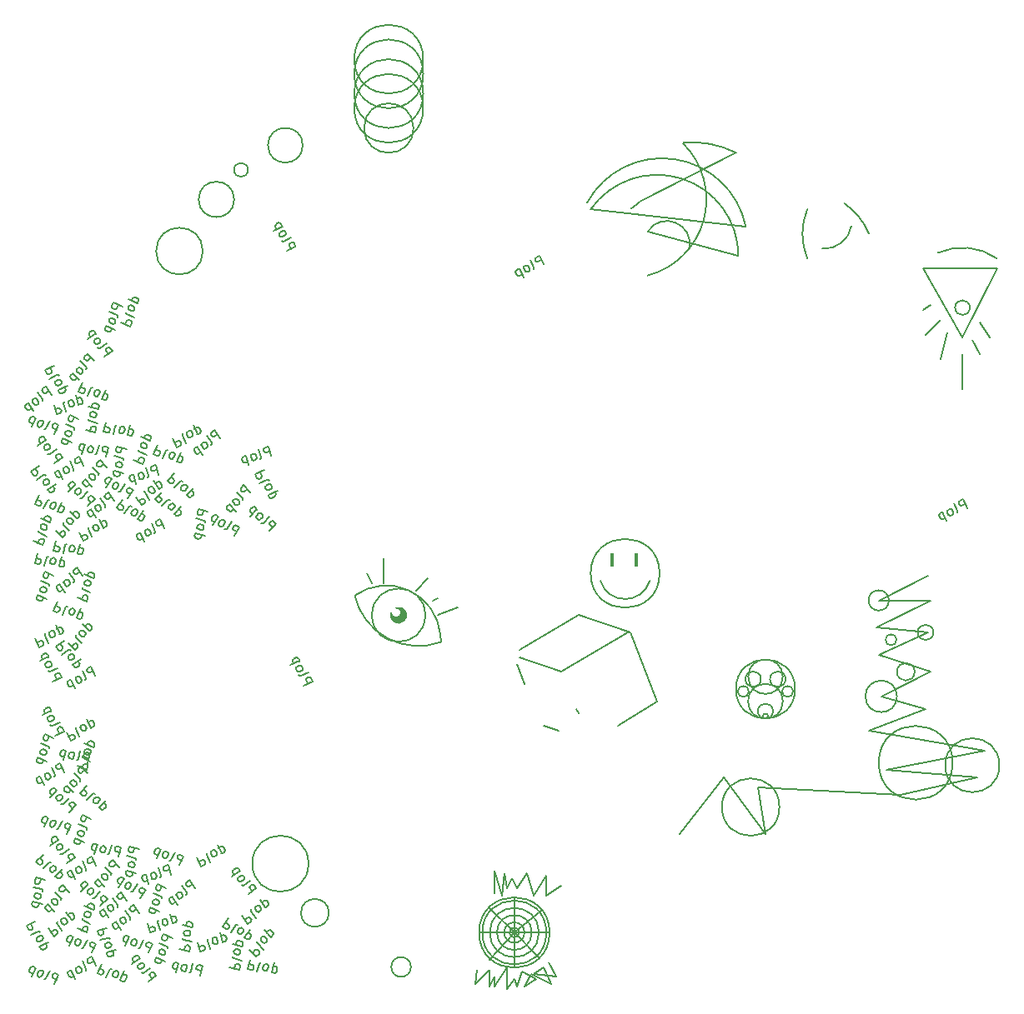
<source format=gbo>
%TF.GenerationSoftware,KiCad,Pcbnew,5.1.5+dfsg1-2build2*%
%TF.CreationDate,2021-06-07T13:35:25+02:00*%
%TF.ProjectId,Drum_H_v2,4472756d-5f48-45f7-9632-2e6b69636164,rev?*%
%TF.SameCoordinates,Original*%
%TF.FileFunction,Legend,Bot*%
%TF.FilePolarity,Positive*%
%FSLAX46Y46*%
G04 Gerber Fmt 4.6, Leading zero omitted, Abs format (unit mm)*
G04 Created by KiCad (PCBNEW 5.1.5+dfsg1-2build2) date 2021-06-07 13:35:25*
%MOMM*%
%LPD*%
G04 APERTURE LIST*
%ADD10C,0.150000*%
%ADD11C,0.100000*%
G04 APERTURE END LIST*
D10*
X179108743Y-108645909D02*
X180015051Y-108223291D01*
X179854054Y-107878031D01*
X179770647Y-107811841D01*
X179707365Y-107788808D01*
X179600925Y-107785900D01*
X179471453Y-107846274D01*
X179405262Y-107929681D01*
X179382229Y-107992963D01*
X179379321Y-108099402D01*
X179540319Y-108444663D01*
X178625751Y-107610129D02*
X178709158Y-107676319D01*
X178815598Y-107679228D01*
X179592433Y-107316983D01*
X178404380Y-107135396D02*
X178487787Y-107201587D01*
X178551069Y-107224620D01*
X178657508Y-107227528D01*
X178916454Y-107106780D01*
X178982644Y-107023373D01*
X179005677Y-106960091D01*
X179008585Y-106853651D01*
X178948211Y-106724178D01*
X178864804Y-106657988D01*
X178801522Y-106634955D01*
X178695082Y-106632047D01*
X178436137Y-106752795D01*
X178369947Y-106836202D01*
X178346914Y-106899484D01*
X178344006Y-107005924D01*
X178404380Y-107135396D01*
X178686590Y-106163131D02*
X177780282Y-106585749D01*
X178643433Y-106183255D02*
X178646341Y-106076816D01*
X178565842Y-105904186D01*
X178482435Y-105837995D01*
X178419153Y-105814962D01*
X178312713Y-105812054D01*
X178053768Y-105932802D01*
X177987578Y-106016209D01*
X177964545Y-106079491D01*
X177961637Y-106185931D01*
X178042136Y-106358561D01*
X178125542Y-106424751D01*
X246470909Y-90616256D02*
X246048291Y-89709948D01*
X245703031Y-89870945D01*
X245636841Y-89954352D01*
X245613808Y-90017634D01*
X245610900Y-90124074D01*
X245671274Y-90253546D01*
X245754681Y-90319737D01*
X245817963Y-90342770D01*
X245924402Y-90345678D01*
X246269663Y-90184680D01*
X245435129Y-91099248D02*
X245501319Y-91015841D01*
X245504228Y-90909401D01*
X245141983Y-90132566D01*
X244960396Y-91320619D02*
X245026587Y-91237212D01*
X245049620Y-91173930D01*
X245052528Y-91067491D01*
X244931780Y-90808545D01*
X244848373Y-90742355D01*
X244785091Y-90719322D01*
X244678651Y-90716414D01*
X244549178Y-90776788D01*
X244482988Y-90860195D01*
X244459955Y-90923477D01*
X244457047Y-91029917D01*
X244577795Y-91288862D01*
X244661202Y-91355052D01*
X244724484Y-91378085D01*
X244830924Y-91380993D01*
X244960396Y-91320619D01*
X243988131Y-91038409D02*
X244410749Y-91944717D01*
X244008255Y-91081566D02*
X243901816Y-91078658D01*
X243729186Y-91159157D01*
X243662995Y-91242564D01*
X243639962Y-91305846D01*
X243637054Y-91412286D01*
X243757802Y-91671231D01*
X243841209Y-91737421D01*
X243904491Y-91760454D01*
X244010931Y-91763362D01*
X244183561Y-91682863D01*
X244249751Y-91599457D01*
X203470909Y-65866256D02*
X203048291Y-64959948D01*
X202703031Y-65120945D01*
X202636841Y-65204352D01*
X202613808Y-65267634D01*
X202610900Y-65374074D01*
X202671274Y-65503546D01*
X202754681Y-65569737D01*
X202817963Y-65592770D01*
X202924402Y-65595678D01*
X203269663Y-65434680D01*
X202435129Y-66349248D02*
X202501319Y-66265841D01*
X202504228Y-66159401D01*
X202141983Y-65382566D01*
X201960396Y-66570619D02*
X202026587Y-66487212D01*
X202049620Y-66423930D01*
X202052528Y-66317491D01*
X201931780Y-66058545D01*
X201848373Y-65992355D01*
X201785091Y-65969322D01*
X201678651Y-65966414D01*
X201549178Y-66026788D01*
X201482988Y-66110195D01*
X201459955Y-66173477D01*
X201457047Y-66279917D01*
X201577795Y-66538862D01*
X201661202Y-66605052D01*
X201724484Y-66628085D01*
X201830924Y-66630993D01*
X201960396Y-66570619D01*
X200988131Y-66288409D02*
X201410749Y-67194717D01*
X201008255Y-66331566D02*
X200901816Y-66328658D01*
X200729186Y-66409157D01*
X200662995Y-66492564D01*
X200639962Y-66555846D01*
X200637054Y-66662286D01*
X200757802Y-66921231D01*
X200841209Y-66987421D01*
X200904491Y-67010454D01*
X201010931Y-67013362D01*
X201183561Y-66932863D01*
X201249751Y-66849457D01*
X177383743Y-64470909D02*
X178290051Y-64048291D01*
X178129054Y-63703031D01*
X178045647Y-63636841D01*
X177982365Y-63613808D01*
X177875925Y-63610900D01*
X177746453Y-63671274D01*
X177680262Y-63754681D01*
X177657229Y-63817963D01*
X177654321Y-63924402D01*
X177815319Y-64269663D01*
X176900751Y-63435129D02*
X176984158Y-63501319D01*
X177090598Y-63504228D01*
X177867433Y-63141983D01*
X176679380Y-62960396D02*
X176762787Y-63026587D01*
X176826069Y-63049620D01*
X176932508Y-63052528D01*
X177191454Y-62931780D01*
X177257644Y-62848373D01*
X177280677Y-62785091D01*
X177283585Y-62678651D01*
X177223211Y-62549178D01*
X177139804Y-62482988D01*
X177076522Y-62459955D01*
X176970082Y-62457047D01*
X176711137Y-62577795D01*
X176644947Y-62661202D01*
X176621914Y-62724484D01*
X176619006Y-62830924D01*
X176679380Y-62960396D01*
X176961590Y-61988131D02*
X176055282Y-62410749D01*
X176918433Y-62008255D02*
X176921341Y-61901816D01*
X176840842Y-61729186D01*
X176757435Y-61662995D01*
X176694153Y-61639962D01*
X176587713Y-61637054D01*
X176328768Y-61757802D01*
X176262578Y-61841209D01*
X176239545Y-61904491D01*
X176236637Y-62010931D01*
X176317136Y-62183561D01*
X176400542Y-62249751D01*
X175116256Y-86779090D02*
X174209948Y-87201708D01*
X174370945Y-87546968D01*
X174454352Y-87613158D01*
X174517634Y-87636191D01*
X174624074Y-87639099D01*
X174753546Y-87578725D01*
X174819737Y-87495318D01*
X174842770Y-87432036D01*
X174845678Y-87325597D01*
X174684680Y-86980336D01*
X175599248Y-87814870D02*
X175515841Y-87748680D01*
X175409401Y-87745771D01*
X174632566Y-88108016D01*
X175820619Y-88289603D02*
X175737212Y-88223412D01*
X175673930Y-88200379D01*
X175567491Y-88197471D01*
X175308545Y-88318219D01*
X175242355Y-88401626D01*
X175219322Y-88464908D01*
X175216414Y-88571348D01*
X175276788Y-88700821D01*
X175360195Y-88767011D01*
X175423477Y-88790044D01*
X175529917Y-88792952D01*
X175788862Y-88672204D01*
X175855052Y-88588797D01*
X175878085Y-88525515D01*
X175880993Y-88419075D01*
X175820619Y-88289603D01*
X175538409Y-89261868D02*
X176444717Y-88839250D01*
X175581566Y-89241744D02*
X175578658Y-89348183D01*
X175659157Y-89520813D01*
X175742564Y-89587004D01*
X175805846Y-89610037D01*
X175912286Y-89612945D01*
X176171231Y-89492197D01*
X176237421Y-89408790D01*
X176260454Y-89345508D01*
X176263362Y-89239068D01*
X176182863Y-89066438D01*
X176099457Y-89000248D01*
X168279090Y-126133743D02*
X168701708Y-127040051D01*
X169046968Y-126879054D01*
X169113158Y-126795647D01*
X169136191Y-126732365D01*
X169139099Y-126625925D01*
X169078725Y-126496453D01*
X168995318Y-126430262D01*
X168932036Y-126407229D01*
X168825597Y-126404321D01*
X168480336Y-126565319D01*
X169314870Y-125650751D02*
X169248680Y-125734158D01*
X169245771Y-125840598D01*
X169608016Y-126617433D01*
X169789603Y-125429380D02*
X169723412Y-125512787D01*
X169700379Y-125576069D01*
X169697471Y-125682508D01*
X169818219Y-125941454D01*
X169901626Y-126007644D01*
X169964908Y-126030677D01*
X170071348Y-126033585D01*
X170200821Y-125973211D01*
X170267011Y-125889804D01*
X170290044Y-125826522D01*
X170292952Y-125720082D01*
X170172204Y-125461137D01*
X170088797Y-125394947D01*
X170025515Y-125371914D01*
X169919075Y-125369006D01*
X169789603Y-125429380D01*
X170761868Y-125711590D02*
X170339250Y-124805282D01*
X170741744Y-125668433D02*
X170848183Y-125671341D01*
X171020813Y-125590842D01*
X171087004Y-125507435D01*
X171110037Y-125444153D01*
X171112945Y-125337713D01*
X170992197Y-125078768D01*
X170908790Y-125012578D01*
X170845508Y-124989545D01*
X170739068Y-124986637D01*
X170566438Y-125067136D01*
X170500248Y-125150542D01*
X153883743Y-113720909D02*
X154790051Y-113298291D01*
X154629054Y-112953031D01*
X154545647Y-112886841D01*
X154482365Y-112863808D01*
X154375925Y-112860900D01*
X154246453Y-112921274D01*
X154180262Y-113004681D01*
X154157229Y-113067963D01*
X154154321Y-113174402D01*
X154315319Y-113519663D01*
X153400751Y-112685129D02*
X153484158Y-112751319D01*
X153590598Y-112754228D01*
X154367433Y-112391983D01*
X153179380Y-112210396D02*
X153262787Y-112276587D01*
X153326069Y-112299620D01*
X153432508Y-112302528D01*
X153691454Y-112181780D01*
X153757644Y-112098373D01*
X153780677Y-112035091D01*
X153783585Y-111928651D01*
X153723211Y-111799178D01*
X153639804Y-111732988D01*
X153576522Y-111709955D01*
X153470082Y-111707047D01*
X153211137Y-111827795D01*
X153144947Y-111911202D01*
X153121914Y-111974484D01*
X153119006Y-112080924D01*
X153179380Y-112210396D01*
X153461590Y-111238131D02*
X152555282Y-111660749D01*
X153418433Y-111258255D02*
X153421341Y-111151816D01*
X153340842Y-110979186D01*
X153257435Y-110912995D01*
X153194153Y-110889962D01*
X153087713Y-110887054D01*
X152828768Y-111007802D01*
X152762578Y-111091209D01*
X152739545Y-111154491D01*
X152736637Y-111260931D01*
X152817136Y-111433561D01*
X152900542Y-111499751D01*
X157970909Y-107616256D02*
X157548291Y-106709948D01*
X157203031Y-106870945D01*
X157136841Y-106954352D01*
X157113808Y-107017634D01*
X157110900Y-107124074D01*
X157171274Y-107253546D01*
X157254681Y-107319737D01*
X157317963Y-107342770D01*
X157424402Y-107345678D01*
X157769663Y-107184680D01*
X156935129Y-108099248D02*
X157001319Y-108015841D01*
X157004228Y-107909401D01*
X156641983Y-107132566D01*
X156460396Y-108320619D02*
X156526587Y-108237212D01*
X156549620Y-108173930D01*
X156552528Y-108067491D01*
X156431780Y-107808545D01*
X156348373Y-107742355D01*
X156285091Y-107719322D01*
X156178651Y-107716414D01*
X156049178Y-107776788D01*
X155982988Y-107860195D01*
X155959955Y-107923477D01*
X155957047Y-108029917D01*
X156077795Y-108288862D01*
X156161202Y-108355052D01*
X156224484Y-108378085D01*
X156330924Y-108380993D01*
X156460396Y-108320619D01*
X155488131Y-108038409D02*
X155910749Y-108944717D01*
X155508255Y-108081566D02*
X155401816Y-108078658D01*
X155229186Y-108159157D01*
X155162995Y-108242564D01*
X155139962Y-108305846D01*
X155137054Y-108412286D01*
X155257802Y-108671231D01*
X155341209Y-108737421D01*
X155404491Y-108760454D01*
X155510931Y-108763362D01*
X155683561Y-108682863D01*
X155749751Y-108599457D01*
X153633743Y-108220909D02*
X154540051Y-107798291D01*
X154379054Y-107453031D01*
X154295647Y-107386841D01*
X154232365Y-107363808D01*
X154125925Y-107360900D01*
X153996453Y-107421274D01*
X153930262Y-107504681D01*
X153907229Y-107567963D01*
X153904321Y-107674402D01*
X154065319Y-108019663D01*
X153150751Y-107185129D02*
X153234158Y-107251319D01*
X153340598Y-107254228D01*
X154117433Y-106891983D01*
X152929380Y-106710396D02*
X153012787Y-106776587D01*
X153076069Y-106799620D01*
X153182508Y-106802528D01*
X153441454Y-106681780D01*
X153507644Y-106598373D01*
X153530677Y-106535091D01*
X153533585Y-106428651D01*
X153473211Y-106299178D01*
X153389804Y-106232988D01*
X153326522Y-106209955D01*
X153220082Y-106207047D01*
X152961137Y-106327795D01*
X152894947Y-106411202D01*
X152871914Y-106474484D01*
X152869006Y-106580924D01*
X152929380Y-106710396D01*
X153211590Y-105738131D02*
X152305282Y-106160749D01*
X153168433Y-105758255D02*
X153171341Y-105651816D01*
X153090842Y-105479186D01*
X153007435Y-105412995D01*
X152944153Y-105389962D01*
X152837713Y-105387054D01*
X152578768Y-105507802D01*
X152512578Y-105591209D01*
X152489545Y-105654491D01*
X152486637Y-105760931D01*
X152567136Y-105933561D01*
X152650542Y-105999751D01*
X234723768Y-61953960D02*
G75*
G02X231750001Y-64249999I-2723768J453960D01*
G01*
X233983940Y-59649091D02*
G75*
G02X236499999Y-62750001I-3733940J-5600909D01*
G01*
X230250000Y-65250001D02*
G75*
G02X230250000Y-60250001I6000000J2500001D01*
G01*
X204750000Y-138250000D02*
X204000000Y-136750000D01*
X202500000Y-138000000D02*
X204750000Y-138250000D01*
X203500000Y-137250000D02*
X202500000Y-138000000D01*
X204250000Y-139000000D02*
X203500000Y-137250000D01*
X202250000Y-138000000D02*
X204250000Y-139000000D01*
X201500000Y-139250000D02*
X202250000Y-138000000D01*
X202750000Y-138500000D02*
X201500000Y-139250000D01*
X201250000Y-137750000D02*
X202750000Y-138500000D01*
X200750000Y-139250000D02*
X201250000Y-137750000D01*
X200500000Y-138500000D02*
X200750000Y-139250000D01*
X199750000Y-139500000D02*
X200500000Y-138500000D01*
X199750000Y-137250000D02*
X199750000Y-139500000D01*
X198500000Y-139250000D02*
X199750000Y-137250000D01*
X198500000Y-138250000D02*
X198500000Y-139250000D01*
X198000000Y-139250000D02*
X198500000Y-138250000D01*
X198000000Y-137500000D02*
X198000000Y-139250000D01*
X196500000Y-139000000D02*
X198000000Y-137500000D01*
X196750000Y-137500000D02*
X196500000Y-139000000D01*
X203750000Y-130000000D02*
X205250000Y-129000000D01*
X203750000Y-128000000D02*
X203750000Y-130000000D01*
X202500000Y-130000000D02*
X203750000Y-128000000D01*
X201750000Y-127750000D02*
X202500000Y-130000000D01*
X200750000Y-129250000D02*
X201750000Y-127750000D01*
X200250000Y-128250000D02*
X200750000Y-129250000D01*
X199750000Y-129250000D02*
X200250000Y-128250000D01*
X199500000Y-127750000D02*
X199750000Y-129250000D01*
X199250000Y-130000000D02*
X199500000Y-127750000D01*
X198500000Y-127500000D02*
X199250000Y-130000000D01*
X198500000Y-129750000D02*
X198500000Y-127500000D01*
X200500000Y-133750000D02*
X203000000Y-136250000D01*
X200500000Y-133750000D02*
X198000000Y-136500000D01*
X200500000Y-133750000D02*
X203250000Y-131500000D01*
X200500000Y-133750000D02*
X198000000Y-131250000D01*
X200500000Y-133750000D02*
X196920545Y-133750000D01*
X200500000Y-133750000D02*
X204079455Y-133750000D01*
X200500000Y-133750000D02*
X200500000Y-137329455D01*
X200500000Y-133750000D02*
X200500000Y-130170545D01*
X204079455Y-133750000D02*
G75*
G03X204079455Y-133750000I-3579455J0D01*
G01*
X201000000Y-133750000D02*
G75*
G03X201000000Y-133750000I-500000J0D01*
G01*
X201530776Y-133750000D02*
G75*
G03X201530776Y-133750000I-1030776J0D01*
G01*
X202267767Y-133750000D02*
G75*
G03X202267767Y-133750000I-1767767J0D01*
G01*
X203000000Y-133750000D02*
G75*
G03X203000000Y-133750000I-2500000J0D01*
G01*
X203750000Y-133750000D02*
G75*
G03X203750000Y-133750000I-3250000J0D01*
G01*
X190000000Y-137250000D02*
G75*
G03X190000000Y-137250000I-1000000J0D01*
G01*
X181664214Y-131750000D02*
G75*
G03X181664214Y-131750000I-1414214J0D01*
G01*
X179600439Y-126750000D02*
G75*
G03X179600439Y-126750000I-2850439J0D01*
G01*
X179017767Y-53750000D02*
G75*
G03X179017767Y-53750000I-1767767J0D01*
G01*
X173457107Y-56250000D02*
G75*
G03X173457107Y-56250000I-707107J0D01*
G01*
X172052776Y-59250000D02*
G75*
G03X172052776Y-59250000I-1802776J0D01*
G01*
X168871708Y-64500000D02*
G75*
G03X168871708Y-64500000I-2371708J0D01*
G01*
X190262469Y-52000000D02*
G75*
G03X190262469Y-52000000I-2512469J0D01*
G01*
X191250000Y-50000000D02*
G75*
G03X191250000Y-50000000I-3500000J0D01*
G01*
X191250000Y-45000000D02*
G75*
G03X191250000Y-45000000I-3500000J0D01*
G01*
X191250000Y-46500000D02*
G75*
G03X191250000Y-46500000I-3500000J0D01*
G01*
X191250000Y-48500000D02*
G75*
G03X191250000Y-48500000I-3500000J0D01*
G01*
X227415476Y-121000000D02*
G75*
G03X227415476Y-121000000I-2915476J0D01*
G01*
X249750000Y-116750000D02*
G75*
G03X249750000Y-116750000I-2750000J0D01*
G01*
X245000000Y-116500000D02*
G75*
G03X245000000Y-116500000I-3750000J0D01*
G01*
X241151388Y-107250000D02*
G75*
G03X241151388Y-107250000I-901388J0D01*
G01*
X239350781Y-109750000D02*
G75*
G03X239350781Y-109750000I-1600781J0D01*
G01*
X239309017Y-104000000D02*
G75*
G03X239309017Y-104000000I-559017J0D01*
G01*
X243040569Y-103250000D02*
G75*
G03X243040569Y-103250000I-790569J0D01*
G01*
X238530776Y-100000000D02*
G75*
G03X238530776Y-100000000I-1030776J0D01*
G01*
X227750000Y-107750000D02*
G75*
G03X227750000Y-107750000I-1750000J0D01*
G01*
X228040569Y-108000000D02*
G75*
G03X228040569Y-108000000I-790569J0D01*
G01*
X225540569Y-108000000D02*
G75*
G03X225540569Y-108000000I-790569J0D01*
G01*
X228809017Y-109250000D02*
G75*
G03X228809017Y-109250000I-559017J0D01*
G01*
X224309017Y-109250000D02*
G75*
G03X224309017Y-109250000I-559017J0D01*
G01*
X226250000Y-111750000D02*
G75*
G03X226250000Y-111750000I-250000J0D01*
G01*
X226767766Y-111250000D02*
G75*
G03X226767766Y-111250000I-767766J0D01*
G01*
X227767767Y-110250000D02*
G75*
G03X227767767Y-110250000I-1767767J0D01*
G01*
X229000000Y-109000000D02*
G75*
G03X229000000Y-109000000I-3000000J0D01*
G01*
X221750000Y-118000000D02*
X217250000Y-123750000D01*
X226000000Y-123750000D02*
X221750000Y-118000000D01*
X225250000Y-119000000D02*
X226000000Y-123750000D01*
X239750000Y-119750000D02*
X225250000Y-119000000D01*
X247500000Y-118000000D02*
X239750000Y-119750000D01*
X238250000Y-117250000D02*
X247500000Y-118000000D01*
X248250000Y-115250000D02*
X238250000Y-117250000D01*
X236500000Y-113250000D02*
X248250000Y-115250000D01*
X242250000Y-111000000D02*
X236500000Y-113250000D01*
X237750000Y-109750000D02*
X242250000Y-111000000D01*
X242750000Y-107250000D02*
X237750000Y-109750000D01*
X237500000Y-105500000D02*
X242750000Y-107250000D01*
X242500000Y-103250000D02*
X237500000Y-105500000D01*
X237250000Y-102750000D02*
X242500000Y-103250000D01*
X242750000Y-100000000D02*
X237250000Y-102750000D01*
X237500000Y-100000000D02*
X242750000Y-100000000D01*
X242500000Y-97500000D02*
X237500000Y-100000000D01*
X243503419Y-64680704D02*
G75*
G02X249499999Y-65250001I2496581J-5569296D01*
G01*
X247000000Y-73500000D02*
X247750000Y-75000000D01*
X244500000Y-72750000D02*
X243750000Y-75500000D01*
X247750000Y-71750000D02*
X248750000Y-73250000D01*
X246000000Y-75000000D02*
X246000000Y-78500000D01*
X243750000Y-71500000D02*
X242250000Y-73000000D01*
X242750000Y-70000000D02*
X242000000Y-70500000D01*
X246750000Y-70250000D02*
G75*
G03X246750000Y-70250000I-750000J0D01*
G01*
X246000000Y-73250000D02*
X242000000Y-66250000D01*
X249500000Y-66250000D02*
X246000000Y-73250000D01*
X242000000Y-66250000D02*
X249500000Y-66250000D01*
X208241337Y-60268936D02*
X224000000Y-62000000D01*
X222999999Y-54500001D02*
X213250001Y-59500001D01*
X223250000Y-65000000D02*
X214045461Y-62528414D01*
X214045461Y-62528414D02*
G75*
G02X218249999Y-64249999I1954539J-1221586D01*
G01*
X217659615Y-53590386D02*
G75*
G02X213999999Y-66999999I-5659615J-5659614D01*
G01*
X212375483Y-60181757D02*
G75*
G02X213250001Y-59500001I3874517J-4068243D01*
G01*
X217664371Y-53472453D02*
G75*
G02X222999999Y-54500001I835629J-10027547D01*
G01*
X207881380Y-59594388D02*
G75*
G02X223999999Y-62000001I7618620J-4155612D01*
G01*
X208241337Y-60268936D02*
G75*
G02X223250000Y-65000000I6758663J-4731064D01*
G01*
X186000000Y-98250000D02*
X185500000Y-97250000D01*
X192250000Y-100000000D02*
X192750000Y-99750000D01*
X192750000Y-101500000D02*
X194750000Y-100750000D01*
X190500000Y-99000000D02*
X191750000Y-97750000D01*
X187250000Y-98250000D02*
X187250000Y-95750000D01*
D11*
G36*
X189500000Y-101250000D02*
G01*
X189500000Y-101750000D01*
X189250000Y-102000000D01*
X188750000Y-102250000D01*
X188250000Y-102000000D01*
X188000000Y-101500000D01*
X188250000Y-101750000D01*
X188750000Y-101750000D01*
X189000000Y-101500000D01*
X189000000Y-101000000D01*
X188750000Y-100750000D01*
X189000000Y-100750000D01*
X189500000Y-101250000D01*
G37*
X189500000Y-101250000D02*
X189500000Y-101750000D01*
X189250000Y-102000000D01*
X188750000Y-102250000D01*
X188250000Y-102000000D01*
X188000000Y-101500000D01*
X188250000Y-101750000D01*
X188750000Y-101750000D01*
X189000000Y-101500000D01*
X189000000Y-101000000D01*
X188750000Y-100750000D01*
X189000000Y-100750000D01*
X189500000Y-101250000D01*
D10*
X188500001Y-100750002D02*
G75*
G02X188000002Y-101250000I-1J-499998D01*
G01*
X188500000Y-100750002D02*
G75*
G02X188000001Y-101250001I250000J-749998D01*
G01*
X191454163Y-101500000D02*
G75*
G03X191454163Y-101500000I-2704163J0D01*
G01*
X193043137Y-104224231D02*
X192999999Y-103500001D01*
X193043137Y-104224231D02*
G75*
G02X184290010Y-99506009I-2293137J6224231D01*
G01*
X184290009Y-99506011D02*
G75*
G02X192999999Y-103500001I3209991J-4493989D01*
G01*
X205250000Y-107250000D02*
X201000000Y-105750000D01*
X207000000Y-101500000D02*
X201000000Y-105000000D01*
X211000000Y-112750000D02*
X215000000Y-110250000D01*
X207000000Y-111500000D02*
X206750000Y-111000000D01*
X203500000Y-112750000D02*
X205000000Y-113250000D01*
X200750000Y-106500000D02*
X201500000Y-108500000D01*
X205250000Y-107250000D02*
X212000000Y-103250000D01*
X212250000Y-103250000D02*
X207000000Y-101500000D01*
X215000000Y-110250000D02*
X212250000Y-103250000D01*
X214249998Y-98000000D02*
G75*
G02X209250001Y-97999999I-2499998J750000D01*
G01*
D11*
G36*
X213000000Y-96500000D02*
G01*
X212750000Y-96500000D01*
X212750000Y-95250000D01*
X213000000Y-95250000D01*
X213000000Y-96500000D01*
G37*
X213000000Y-96500000D02*
X212750000Y-96500000D01*
X212750000Y-95250000D01*
X213000000Y-95250000D01*
X213000000Y-96500000D01*
G36*
X210500000Y-96500000D02*
G01*
X210250000Y-96500000D01*
X210250000Y-95250000D01*
X210500000Y-95250000D01*
X210500000Y-96500000D01*
G37*
X210500000Y-96500000D02*
X210250000Y-96500000D01*
X210250000Y-95250000D01*
X210500000Y-95250000D01*
X210500000Y-96500000D01*
D10*
X215250000Y-97250000D02*
G75*
G03X215250000Y-97250000I-3500000J0D01*
G01*
X153808540Y-138968736D02*
X154231159Y-138062428D01*
X153885899Y-137901431D01*
X153779459Y-137904339D01*
X153716177Y-137927372D01*
X153632770Y-137993562D01*
X153572396Y-138123035D01*
X153575304Y-138229475D01*
X153598337Y-138292757D01*
X153664527Y-138376164D01*
X154009787Y-138537161D01*
X152772760Y-138485744D02*
X152879200Y-138482836D01*
X152962607Y-138416645D01*
X153324851Y-137639810D01*
X152298027Y-138264372D02*
X152404467Y-138261464D01*
X152467749Y-138238431D01*
X152551156Y-138172241D01*
X152671904Y-137913296D01*
X152668996Y-137806856D01*
X152645963Y-137743574D01*
X152579773Y-137660167D01*
X152450300Y-137599793D01*
X152343861Y-137602701D01*
X152280579Y-137625734D01*
X152197172Y-137691925D01*
X152076424Y-137950870D01*
X152079332Y-138057309D01*
X152102365Y-138120592D01*
X152168555Y-138203998D01*
X152298027Y-138264372D01*
X151889253Y-137338172D02*
X151466635Y-138244480D01*
X151869128Y-137381330D02*
X151802938Y-137297923D01*
X151630308Y-137217424D01*
X151523868Y-137220333D01*
X151460586Y-137243365D01*
X151377179Y-137309556D01*
X151256431Y-137568501D01*
X151259339Y-137674940D01*
X151282372Y-137738223D01*
X151348562Y-137821630D01*
X151521192Y-137902128D01*
X151627632Y-137899220D01*
X158000909Y-137126256D02*
X157578291Y-136219948D01*
X157233031Y-136380945D01*
X157166841Y-136464352D01*
X157143808Y-136527634D01*
X157140900Y-136634074D01*
X157201274Y-136763546D01*
X157284681Y-136829737D01*
X157347963Y-136852770D01*
X157454402Y-136855678D01*
X157799663Y-136694680D01*
X156965129Y-137609248D02*
X157031319Y-137525841D01*
X157034228Y-137419401D01*
X156671983Y-136642566D01*
X156490396Y-137830619D02*
X156556587Y-137747212D01*
X156579620Y-137683930D01*
X156582528Y-137577491D01*
X156461780Y-137318545D01*
X156378373Y-137252355D01*
X156315091Y-137229322D01*
X156208651Y-137226414D01*
X156079178Y-137286788D01*
X156012988Y-137370195D01*
X155989955Y-137433477D01*
X155987047Y-137539917D01*
X156107795Y-137798862D01*
X156191202Y-137865052D01*
X156254484Y-137888085D01*
X156360924Y-137890993D01*
X156490396Y-137830619D01*
X155518131Y-137548409D02*
X155940749Y-138454717D01*
X155538255Y-137591566D02*
X155431816Y-137588658D01*
X155259186Y-137669157D01*
X155192995Y-137752564D01*
X155169962Y-137815846D01*
X155167054Y-137922286D01*
X155287802Y-138181231D01*
X155371209Y-138247421D01*
X155434491Y-138270454D01*
X155540931Y-138273362D01*
X155713561Y-138192863D01*
X155779751Y-138109457D01*
X165148736Y-129231459D02*
X164242428Y-128808840D01*
X164081431Y-129154100D01*
X164084339Y-129260540D01*
X164107372Y-129323822D01*
X164173562Y-129407229D01*
X164303035Y-129467603D01*
X164409475Y-129464695D01*
X164472757Y-129441662D01*
X164556164Y-129375472D01*
X164717161Y-129030212D01*
X164665744Y-130267239D02*
X164662836Y-130160799D01*
X164596645Y-130077392D01*
X163819810Y-129715148D01*
X164444372Y-130741972D02*
X164441464Y-130635532D01*
X164418431Y-130572250D01*
X164352241Y-130488843D01*
X164093296Y-130368095D01*
X163986856Y-130371003D01*
X163923574Y-130394036D01*
X163840167Y-130460226D01*
X163779793Y-130589699D01*
X163782701Y-130696138D01*
X163805734Y-130759420D01*
X163871925Y-130842827D01*
X164130870Y-130963575D01*
X164237309Y-130960667D01*
X164300592Y-130937634D01*
X164383998Y-130871444D01*
X164444372Y-130741972D01*
X163518172Y-131150746D02*
X164424480Y-131573364D01*
X163561330Y-131170871D02*
X163477923Y-131237061D01*
X163397424Y-131409691D01*
X163400333Y-131516131D01*
X163423365Y-131579413D01*
X163489556Y-131662820D01*
X163748501Y-131783568D01*
X163854940Y-131780660D01*
X163918223Y-131757627D01*
X164001630Y-131691437D01*
X164082128Y-131518807D01*
X164079220Y-131412367D01*
X168104692Y-129251173D02*
X167531115Y-128432021D01*
X167219057Y-128650527D01*
X167168356Y-128744160D01*
X167156662Y-128810481D01*
X167172281Y-128915808D01*
X167254221Y-129032830D01*
X167347854Y-129083531D01*
X167414175Y-129095225D01*
X167519502Y-129079606D01*
X167831560Y-128861101D01*
X167168518Y-129906689D02*
X167219219Y-129813056D01*
X167203600Y-129707728D01*
X166711963Y-129005598D01*
X166739438Y-130207134D02*
X166790140Y-130113501D01*
X166801834Y-130047180D01*
X166786215Y-129941852D01*
X166622336Y-129707809D01*
X166528702Y-129657108D01*
X166462382Y-129645414D01*
X166357054Y-129661033D01*
X166240032Y-129742972D01*
X166189331Y-129836606D01*
X166177637Y-129902926D01*
X166193256Y-130008254D01*
X166357135Y-130242297D01*
X166450769Y-130292999D01*
X166517089Y-130304693D01*
X166622417Y-130289074D01*
X166739438Y-130207134D01*
X165732938Y-130098043D02*
X166306515Y-130917195D01*
X165760251Y-130137051D02*
X165654924Y-130152670D01*
X165498895Y-130261922D01*
X165448193Y-130355556D01*
X165436499Y-130421876D01*
X165452118Y-130527204D01*
X165615997Y-130761247D01*
X165709631Y-130811949D01*
X165775951Y-130823643D01*
X165881279Y-130808024D01*
X166037308Y-130698771D01*
X166088009Y-130605137D01*
X158868826Y-75249692D02*
X159687978Y-74676115D01*
X159469472Y-74364057D01*
X159375839Y-74313356D01*
X159309518Y-74301662D01*
X159204191Y-74317281D01*
X159087169Y-74399221D01*
X159036468Y-74492854D01*
X159024774Y-74559175D01*
X159040393Y-74664502D01*
X159258898Y-74976560D01*
X158213310Y-74313518D02*
X158306943Y-74364219D01*
X158412271Y-74348600D01*
X159114401Y-73856963D01*
X157912865Y-73884438D02*
X158006498Y-73935140D01*
X158072819Y-73946834D01*
X158178147Y-73931215D01*
X158412190Y-73767336D01*
X158462891Y-73673702D01*
X158474585Y-73607382D01*
X158458966Y-73502054D01*
X158377027Y-73385032D01*
X158283393Y-73334331D01*
X158217073Y-73322637D01*
X158111745Y-73338256D01*
X157877702Y-73502135D01*
X157827000Y-73595769D01*
X157815306Y-73662089D01*
X157830925Y-73767417D01*
X157912865Y-73884438D01*
X158021956Y-72877938D02*
X157202804Y-73451515D01*
X157982948Y-72905251D02*
X157967329Y-72799924D01*
X157858077Y-72643895D01*
X157764443Y-72593193D01*
X157698123Y-72581499D01*
X157592795Y-72597118D01*
X157358752Y-72760997D01*
X157308050Y-72854631D01*
X157296356Y-72920951D01*
X157311975Y-73026279D01*
X157421228Y-73182308D01*
X157514862Y-73233009D01*
X156681459Y-77886263D02*
X156258840Y-78792571D01*
X156604100Y-78953568D01*
X156710540Y-78950660D01*
X156773822Y-78927627D01*
X156857229Y-78861437D01*
X156917603Y-78731964D01*
X156914695Y-78625524D01*
X156891662Y-78562242D01*
X156825472Y-78478835D01*
X156480212Y-78317838D01*
X157717239Y-78369255D02*
X157610799Y-78372163D01*
X157527392Y-78438354D01*
X157165148Y-79215189D01*
X158191972Y-78590627D02*
X158085532Y-78593535D01*
X158022250Y-78616568D01*
X157938843Y-78682758D01*
X157818095Y-78941703D01*
X157821003Y-79048143D01*
X157844036Y-79111425D01*
X157910226Y-79194832D01*
X158039699Y-79255206D01*
X158146138Y-79252298D01*
X158209420Y-79229265D01*
X158292827Y-79163074D01*
X158413575Y-78904129D01*
X158410667Y-78797690D01*
X158387634Y-78734407D01*
X158321444Y-78651001D01*
X158191972Y-78590627D01*
X158600746Y-79516827D02*
X159023364Y-78610519D01*
X158620871Y-79473669D02*
X158687061Y-79557076D01*
X158859691Y-79637575D01*
X158966131Y-79634666D01*
X159029413Y-79611634D01*
X159112820Y-79545443D01*
X159233568Y-79286498D01*
X159230660Y-79180059D01*
X159207627Y-79116776D01*
X159141437Y-79033369D01*
X158968807Y-78952871D01*
X158862367Y-78955779D01*
X158586459Y-136941263D02*
X158163840Y-137847571D01*
X158509100Y-138008568D01*
X158615540Y-138005660D01*
X158678822Y-137982627D01*
X158762229Y-137916437D01*
X158822603Y-137786964D01*
X158819695Y-137680524D01*
X158796662Y-137617242D01*
X158730472Y-137533835D01*
X158385212Y-137372838D01*
X159622239Y-137424255D02*
X159515799Y-137427163D01*
X159432392Y-137493354D01*
X159070148Y-138270189D01*
X160096972Y-137645627D02*
X159990532Y-137648535D01*
X159927250Y-137671568D01*
X159843843Y-137737758D01*
X159723095Y-137996703D01*
X159726003Y-138103143D01*
X159749036Y-138166425D01*
X159815226Y-138249832D01*
X159944699Y-138310206D01*
X160051138Y-138307298D01*
X160114420Y-138284265D01*
X160197827Y-138218074D01*
X160318575Y-137959129D01*
X160315667Y-137852690D01*
X160292634Y-137789407D01*
X160226444Y-137706001D01*
X160096972Y-137645627D01*
X160505746Y-138571827D02*
X160928364Y-137665519D01*
X160525871Y-138528669D02*
X160592061Y-138612076D01*
X160764691Y-138692575D01*
X160871131Y-138689666D01*
X160934413Y-138666634D01*
X161017820Y-138600443D01*
X161138568Y-138341498D01*
X161135660Y-138235059D01*
X161112627Y-138171776D01*
X161046437Y-138088369D01*
X160873807Y-138007871D01*
X160767367Y-138010779D01*
X152649729Y-125829965D02*
X151942622Y-126537072D01*
X152211996Y-126806446D01*
X152313011Y-126840118D01*
X152380355Y-126840118D01*
X152481370Y-126806446D01*
X152582385Y-126705431D01*
X152616057Y-126604416D01*
X152616057Y-126537072D01*
X152582385Y-126436057D01*
X152313011Y-126166683D01*
X153457851Y-126638087D02*
X153356835Y-126604416D01*
X153255820Y-126638087D01*
X152649729Y-127244179D01*
X153828240Y-127008477D02*
X153727225Y-126974805D01*
X153659881Y-126974805D01*
X153558866Y-127008477D01*
X153356835Y-127210507D01*
X153323164Y-127311522D01*
X153323164Y-127378866D01*
X153356835Y-127479881D01*
X153457851Y-127580896D01*
X153558866Y-127614568D01*
X153626209Y-127614568D01*
X153727225Y-127580896D01*
X153929255Y-127378866D01*
X153962927Y-127277851D01*
X153962927Y-127210507D01*
X153929255Y-127109492D01*
X153828240Y-127008477D01*
X153895583Y-128018629D02*
X154602690Y-127311522D01*
X153929255Y-127984957D02*
X153962927Y-128085973D01*
X154097614Y-128220660D01*
X154198629Y-128254331D01*
X154265973Y-128254331D01*
X154366988Y-128220660D01*
X154569018Y-128018629D01*
X154602690Y-127917614D01*
X154602690Y-127850270D01*
X154569018Y-127749255D01*
X154434331Y-127614568D01*
X154333316Y-127580896D01*
X151876256Y-132659090D02*
X150969948Y-133081708D01*
X151130945Y-133426968D01*
X151214352Y-133493158D01*
X151277634Y-133516191D01*
X151384074Y-133519099D01*
X151513546Y-133458725D01*
X151579737Y-133375318D01*
X151602770Y-133312036D01*
X151605678Y-133205597D01*
X151444680Y-132860336D01*
X152359248Y-133694870D02*
X152275841Y-133628680D01*
X152169401Y-133625771D01*
X151392566Y-133988016D01*
X152580619Y-134169603D02*
X152497212Y-134103412D01*
X152433930Y-134080379D01*
X152327491Y-134077471D01*
X152068545Y-134198219D01*
X152002355Y-134281626D01*
X151979322Y-134344908D01*
X151976414Y-134451348D01*
X152036788Y-134580821D01*
X152120195Y-134647011D01*
X152183477Y-134670044D01*
X152289917Y-134672952D01*
X152548862Y-134552204D01*
X152615052Y-134468797D01*
X152638085Y-134405515D01*
X152640993Y-134299075D01*
X152580619Y-134169603D01*
X152298409Y-135141868D02*
X153204717Y-134719250D01*
X152341566Y-135121744D02*
X152338658Y-135228183D01*
X152419157Y-135400813D01*
X152502564Y-135467004D01*
X152565846Y-135490037D01*
X152672286Y-135492945D01*
X152931231Y-135372197D01*
X152997421Y-135288790D01*
X153020454Y-135225508D01*
X153023362Y-135119068D01*
X152942863Y-134946438D01*
X152859457Y-134880248D01*
X152876707Y-128437190D02*
X151910782Y-128178371D01*
X151812184Y-128546343D01*
X151833531Y-128650661D01*
X151867203Y-128708982D01*
X151946871Y-128779628D01*
X152084860Y-128816602D01*
X152189178Y-128795255D01*
X152247499Y-128761583D01*
X152318145Y-128681915D01*
X152416743Y-128313943D01*
X152580914Y-129541105D02*
X152559567Y-129436788D01*
X152479899Y-129366142D01*
X151651963Y-129144297D01*
X152445342Y-130047067D02*
X152423995Y-129942749D01*
X152390324Y-129884428D01*
X152310655Y-129813782D01*
X152034677Y-129739834D01*
X151930359Y-129761181D01*
X151872038Y-129794852D01*
X151801392Y-129874521D01*
X151764418Y-130012510D01*
X151785765Y-130116828D01*
X151819436Y-130175149D01*
X151899105Y-130245795D01*
X152175083Y-130319743D01*
X152279401Y-130298396D01*
X152337722Y-130264724D01*
X152408368Y-130185056D01*
X152445342Y-130047067D01*
X151604196Y-130610464D02*
X152570122Y-130869283D01*
X151650193Y-130622789D02*
X151579547Y-130702457D01*
X151530248Y-130886443D01*
X151551595Y-130990761D01*
X151585267Y-131049082D01*
X151664935Y-131119728D01*
X151940914Y-131193676D01*
X152045232Y-131172329D01*
X152103553Y-131138657D01*
X152174199Y-131058989D01*
X152223497Y-130875003D01*
X152202150Y-130770685D01*
X157845034Y-75669729D02*
X157137927Y-74962622D01*
X156868553Y-75231996D01*
X156834881Y-75333011D01*
X156834881Y-75400355D01*
X156868553Y-75501370D01*
X156969568Y-75602385D01*
X157070583Y-75636057D01*
X157137927Y-75636057D01*
X157238942Y-75602385D01*
X157508316Y-75333011D01*
X157036912Y-76477851D02*
X157070583Y-76376835D01*
X157036912Y-76275820D01*
X156430820Y-75669729D01*
X156666522Y-76848240D02*
X156700194Y-76747225D01*
X156700194Y-76679881D01*
X156666522Y-76578866D01*
X156464492Y-76376835D01*
X156363477Y-76343164D01*
X156296133Y-76343164D01*
X156195118Y-76376835D01*
X156094103Y-76477851D01*
X156060431Y-76578866D01*
X156060431Y-76646209D01*
X156094103Y-76747225D01*
X156296133Y-76949255D01*
X156397148Y-76982927D01*
X156464492Y-76982927D01*
X156565507Y-76949255D01*
X156666522Y-76848240D01*
X155656370Y-76915583D02*
X156363477Y-77622690D01*
X155690042Y-76949255D02*
X155589026Y-76982927D01*
X155454339Y-77117614D01*
X155420668Y-77218629D01*
X155420668Y-77285973D01*
X155454339Y-77386988D01*
X155656370Y-77589018D01*
X155757385Y-77622690D01*
X155824729Y-77622690D01*
X155925744Y-77589018D01*
X156060431Y-77454331D01*
X156094103Y-77353316D01*
X153781256Y-76144090D02*
X152874948Y-76566708D01*
X153035945Y-76911968D01*
X153119352Y-76978158D01*
X153182634Y-77001191D01*
X153289074Y-77004099D01*
X153418546Y-76943725D01*
X153484737Y-76860318D01*
X153507770Y-76797036D01*
X153510678Y-76690597D01*
X153349680Y-76345336D01*
X154264248Y-77179870D02*
X154180841Y-77113680D01*
X154074401Y-77110771D01*
X153297566Y-77473016D01*
X154485619Y-77654603D02*
X154402212Y-77588412D01*
X154338930Y-77565379D01*
X154232491Y-77562471D01*
X153973545Y-77683219D01*
X153907355Y-77766626D01*
X153884322Y-77829908D01*
X153881414Y-77936348D01*
X153941788Y-78065821D01*
X154025195Y-78132011D01*
X154088477Y-78155044D01*
X154194917Y-78157952D01*
X154453862Y-78037204D01*
X154520052Y-77953797D01*
X154543085Y-77890515D01*
X154545993Y-77784075D01*
X154485619Y-77654603D01*
X154203409Y-78626868D02*
X155109717Y-78204250D01*
X154246566Y-78606744D02*
X154243658Y-78713183D01*
X154324157Y-78885813D01*
X154407564Y-78952004D01*
X154470846Y-78975037D01*
X154577286Y-78977945D01*
X154836231Y-78857197D01*
X154902421Y-78773790D01*
X154925454Y-78710508D01*
X154928362Y-78604068D01*
X154847863Y-78431438D01*
X154764457Y-78365248D01*
X160581263Y-71748540D02*
X161487571Y-72171159D01*
X161648568Y-71825899D01*
X161645660Y-71719459D01*
X161622627Y-71656177D01*
X161556437Y-71572770D01*
X161426964Y-71512396D01*
X161320524Y-71515304D01*
X161257242Y-71538337D01*
X161173835Y-71604527D01*
X161012838Y-71949787D01*
X161064255Y-70712760D02*
X161067163Y-70819200D01*
X161133354Y-70902607D01*
X161910189Y-71264851D01*
X161285627Y-70238027D02*
X161288535Y-70344467D01*
X161311568Y-70407749D01*
X161377758Y-70491156D01*
X161636703Y-70611904D01*
X161743143Y-70608996D01*
X161806425Y-70585963D01*
X161889832Y-70519773D01*
X161950206Y-70390300D01*
X161947298Y-70283861D01*
X161924265Y-70220579D01*
X161858074Y-70137172D01*
X161599129Y-70016424D01*
X161492690Y-70019332D01*
X161429407Y-70042365D01*
X161346001Y-70108555D01*
X161285627Y-70238027D01*
X162211827Y-69829253D02*
X161305519Y-69406635D01*
X162168669Y-69809128D02*
X162252076Y-69742938D01*
X162332575Y-69570308D01*
X162329666Y-69463868D01*
X162306634Y-69400586D01*
X162240443Y-69317179D01*
X161981498Y-69196431D01*
X161875059Y-69199339D01*
X161811776Y-69222372D01*
X161728369Y-69288562D01*
X161647871Y-69461192D01*
X161650779Y-69567632D01*
X155305034Y-129644729D02*
X154597927Y-128937622D01*
X154328553Y-129206996D01*
X154294881Y-129308011D01*
X154294881Y-129375355D01*
X154328553Y-129476370D01*
X154429568Y-129577385D01*
X154530583Y-129611057D01*
X154597927Y-129611057D01*
X154698942Y-129577385D01*
X154968316Y-129308011D01*
X154496912Y-130452851D02*
X154530583Y-130351835D01*
X154496912Y-130250820D01*
X153890820Y-129644729D01*
X154126522Y-130823240D02*
X154160194Y-130722225D01*
X154160194Y-130654881D01*
X154126522Y-130553866D01*
X153924492Y-130351835D01*
X153823477Y-130318164D01*
X153756133Y-130318164D01*
X153655118Y-130351835D01*
X153554103Y-130452851D01*
X153520431Y-130553866D01*
X153520431Y-130621209D01*
X153554103Y-130722225D01*
X153756133Y-130924255D01*
X153857148Y-130957927D01*
X153924492Y-130957927D01*
X154025507Y-130924255D01*
X154126522Y-130823240D01*
X153116370Y-130890583D02*
X153823477Y-131597690D01*
X153150042Y-130924255D02*
X153049026Y-130957927D01*
X152914339Y-131092614D01*
X152880668Y-131193629D01*
X152880668Y-131260973D01*
X152914339Y-131361988D01*
X153116370Y-131564018D01*
X153217385Y-131597690D01*
X153284729Y-131597690D01*
X153385744Y-131564018D01*
X153520431Y-131429331D01*
X153554103Y-131328316D01*
X160703736Y-70176459D02*
X159797428Y-69753840D01*
X159636431Y-70099100D01*
X159639339Y-70205540D01*
X159662372Y-70268822D01*
X159728562Y-70352229D01*
X159858035Y-70412603D01*
X159964475Y-70409695D01*
X160027757Y-70386662D01*
X160111164Y-70320472D01*
X160272161Y-69975212D01*
X160220744Y-71212239D02*
X160217836Y-71105799D01*
X160151645Y-71022392D01*
X159374810Y-70660148D01*
X159999372Y-71686972D02*
X159996464Y-71580532D01*
X159973431Y-71517250D01*
X159907241Y-71433843D01*
X159648296Y-71313095D01*
X159541856Y-71316003D01*
X159478574Y-71339036D01*
X159395167Y-71405226D01*
X159334793Y-71534699D01*
X159337701Y-71641138D01*
X159360734Y-71704420D01*
X159426925Y-71787827D01*
X159685870Y-71908575D01*
X159792309Y-71905667D01*
X159855592Y-71882634D01*
X159938998Y-71816444D01*
X159999372Y-71686972D01*
X159073172Y-72095746D02*
X159979480Y-72518364D01*
X159116330Y-72115871D02*
X159032923Y-72182061D01*
X158952424Y-72354691D01*
X158955333Y-72461131D01*
X158978365Y-72524413D01*
X159044556Y-72607820D01*
X159303501Y-72728568D01*
X159409940Y-72725660D01*
X159473223Y-72702627D01*
X159556630Y-72636437D01*
X159637128Y-72463807D01*
X159634220Y-72357367D01*
X153499692Y-79086173D02*
X152926115Y-78267021D01*
X152614057Y-78485527D01*
X152563356Y-78579160D01*
X152551662Y-78645481D01*
X152567281Y-78750808D01*
X152649221Y-78867830D01*
X152742854Y-78918531D01*
X152809175Y-78930225D01*
X152914502Y-78914606D01*
X153226560Y-78696101D01*
X152563518Y-79741689D02*
X152614219Y-79648056D01*
X152598600Y-79542728D01*
X152106963Y-78840598D01*
X152134438Y-80042134D02*
X152185140Y-79948501D01*
X152196834Y-79882180D01*
X152181215Y-79776852D01*
X152017336Y-79542809D01*
X151923702Y-79492108D01*
X151857382Y-79480414D01*
X151752054Y-79496033D01*
X151635032Y-79577972D01*
X151584331Y-79671606D01*
X151572637Y-79737926D01*
X151588256Y-79843254D01*
X151752135Y-80077297D01*
X151845769Y-80127999D01*
X151912089Y-80139693D01*
X152017417Y-80124074D01*
X152134438Y-80042134D01*
X151127938Y-79933043D02*
X151701515Y-80752195D01*
X151155251Y-79972051D02*
X151049924Y-79987670D01*
X150893895Y-80096922D01*
X150843193Y-80190556D01*
X150831499Y-80256876D01*
X150847118Y-80362204D01*
X151010997Y-80596247D01*
X151104631Y-80646949D01*
X151170951Y-80658643D01*
X151276279Y-80643024D01*
X151432308Y-80533771D01*
X151483009Y-80440137D01*
X156674692Y-97501173D02*
X156101115Y-96682021D01*
X155789057Y-96900527D01*
X155738356Y-96994160D01*
X155726662Y-97060481D01*
X155742281Y-97165808D01*
X155824221Y-97282830D01*
X155917854Y-97333531D01*
X155984175Y-97345225D01*
X156089502Y-97329606D01*
X156401560Y-97111101D01*
X155738518Y-98156689D02*
X155789219Y-98063056D01*
X155773600Y-97957728D01*
X155281963Y-97255598D01*
X155309438Y-98457134D02*
X155360140Y-98363501D01*
X155371834Y-98297180D01*
X155356215Y-98191852D01*
X155192336Y-97957809D01*
X155098702Y-97907108D01*
X155032382Y-97895414D01*
X154927054Y-97911033D01*
X154810032Y-97992972D01*
X154759331Y-98086606D01*
X154747637Y-98152926D01*
X154763256Y-98258254D01*
X154927135Y-98492297D01*
X155020769Y-98542999D01*
X155087089Y-98554693D01*
X155192417Y-98539074D01*
X155309438Y-98457134D01*
X154302938Y-98348043D02*
X154876515Y-99167195D01*
X154330251Y-98387051D02*
X154224924Y-98402670D01*
X154068895Y-98511922D01*
X154018193Y-98605556D01*
X154006499Y-98671876D01*
X154022118Y-98777204D01*
X154185997Y-99011247D01*
X154279631Y-99061949D01*
X154345951Y-99073643D01*
X154451279Y-99058024D01*
X154607308Y-98948771D01*
X154658009Y-98855137D01*
X156136263Y-99688540D02*
X157042571Y-100111159D01*
X157203568Y-99765899D01*
X157200660Y-99659459D01*
X157177627Y-99596177D01*
X157111437Y-99512770D01*
X156981964Y-99452396D01*
X156875524Y-99455304D01*
X156812242Y-99478337D01*
X156728835Y-99544527D01*
X156567838Y-99889787D01*
X156619255Y-98652760D02*
X156622163Y-98759200D01*
X156688354Y-98842607D01*
X157465189Y-99204851D01*
X156840627Y-98178027D02*
X156843535Y-98284467D01*
X156866568Y-98347749D01*
X156932758Y-98431156D01*
X157191703Y-98551904D01*
X157298143Y-98548996D01*
X157361425Y-98525963D01*
X157444832Y-98459773D01*
X157505206Y-98330300D01*
X157502298Y-98223861D01*
X157479265Y-98160579D01*
X157413074Y-98077172D01*
X157154129Y-97956424D01*
X157047690Y-97959332D01*
X156984407Y-97982365D01*
X156901001Y-98048555D01*
X156840627Y-98178027D01*
X157766827Y-97769253D02*
X156860519Y-97346635D01*
X157723669Y-97749128D02*
X157807076Y-97682938D01*
X157887575Y-97510308D01*
X157884666Y-97403868D01*
X157861634Y-97340586D01*
X157795443Y-97257179D01*
X157536498Y-97136431D01*
X157430059Y-97139339D01*
X157366776Y-97162372D01*
X157283369Y-97228562D01*
X157202871Y-97401192D01*
X157205779Y-97507632D01*
X156136263Y-116833540D02*
X157042571Y-117256159D01*
X157203568Y-116910899D01*
X157200660Y-116804459D01*
X157177627Y-116741177D01*
X157111437Y-116657770D01*
X156981964Y-116597396D01*
X156875524Y-116600304D01*
X156812242Y-116623337D01*
X156728835Y-116689527D01*
X156567838Y-117034787D01*
X156619255Y-115797760D02*
X156622163Y-115904200D01*
X156688354Y-115987607D01*
X157465189Y-116349851D01*
X156840627Y-115323027D02*
X156843535Y-115429467D01*
X156866568Y-115492749D01*
X156932758Y-115576156D01*
X157191703Y-115696904D01*
X157298143Y-115693996D01*
X157361425Y-115670963D01*
X157444832Y-115604773D01*
X157505206Y-115475300D01*
X157502298Y-115368861D01*
X157479265Y-115305579D01*
X157413074Y-115222172D01*
X157154129Y-115101424D01*
X157047690Y-115104332D01*
X156984407Y-115127365D01*
X156901001Y-115193555D01*
X156840627Y-115323027D01*
X157766827Y-114914253D02*
X156860519Y-114491635D01*
X157723669Y-114894128D02*
X157807076Y-114827938D01*
X157887575Y-114655308D01*
X157884666Y-114548868D01*
X157861634Y-114485586D01*
X157795443Y-114402179D01*
X157536498Y-114281431D01*
X157430059Y-114284339D01*
X157366776Y-114307372D01*
X157283369Y-114373562D01*
X157202871Y-114546192D01*
X157205779Y-114652632D01*
X155184965Y-104355270D02*
X155892072Y-105062377D01*
X156161446Y-104793003D01*
X156195118Y-104691988D01*
X156195118Y-104624644D01*
X156161446Y-104523629D01*
X156060431Y-104422614D01*
X155959416Y-104388942D01*
X155892072Y-104388942D01*
X155791057Y-104422614D01*
X155521683Y-104691988D01*
X155993087Y-103547148D02*
X155959416Y-103648164D01*
X155993087Y-103749179D01*
X156599179Y-104355270D01*
X156363477Y-103176759D02*
X156329805Y-103277774D01*
X156329805Y-103345118D01*
X156363477Y-103446133D01*
X156565507Y-103648164D01*
X156666522Y-103681835D01*
X156733866Y-103681835D01*
X156834881Y-103648164D01*
X156935896Y-103547148D01*
X156969568Y-103446133D01*
X156969568Y-103378790D01*
X156935896Y-103277774D01*
X156733866Y-103075744D01*
X156632851Y-103042072D01*
X156565507Y-103042072D01*
X156464492Y-103075744D01*
X156363477Y-103176759D01*
X157373629Y-103109416D02*
X156666522Y-102402309D01*
X157339957Y-103075744D02*
X157440973Y-103042072D01*
X157575660Y-102907385D01*
X157609331Y-102806370D01*
X157609331Y-102739026D01*
X157575660Y-102638011D01*
X157373629Y-102435981D01*
X157272614Y-102402309D01*
X157205270Y-102402309D01*
X157104255Y-102435981D01*
X156969568Y-102570668D01*
X156935896Y-102671683D01*
X155029090Y-113383743D02*
X155451708Y-114290051D01*
X155796968Y-114129054D01*
X155863158Y-114045647D01*
X155886191Y-113982365D01*
X155889099Y-113875925D01*
X155828725Y-113746453D01*
X155745318Y-113680262D01*
X155682036Y-113657229D01*
X155575597Y-113654321D01*
X155230336Y-113815319D01*
X156064870Y-112900751D02*
X155998680Y-112984158D01*
X155995771Y-113090598D01*
X156358016Y-113867433D01*
X156539603Y-112679380D02*
X156473412Y-112762787D01*
X156450379Y-112826069D01*
X156447471Y-112932508D01*
X156568219Y-113191454D01*
X156651626Y-113257644D01*
X156714908Y-113280677D01*
X156821348Y-113283585D01*
X156950821Y-113223211D01*
X157017011Y-113139804D01*
X157040044Y-113076522D01*
X157042952Y-112970082D01*
X156922204Y-112711137D01*
X156838797Y-112644947D01*
X156775515Y-112621914D01*
X156669075Y-112619006D01*
X156539603Y-112679380D01*
X157511868Y-112961590D02*
X157089250Y-112055282D01*
X157491744Y-112918433D02*
X157598183Y-112921341D01*
X157770813Y-112840842D01*
X157837004Y-112757435D01*
X157860037Y-112694153D01*
X157862945Y-112587713D01*
X157742197Y-112328768D01*
X157658790Y-112262578D01*
X157595508Y-112239545D01*
X157489068Y-112236637D01*
X157316438Y-112317136D01*
X157250248Y-112400542D01*
X152077190Y-95238292D02*
X151818371Y-96204217D01*
X152186343Y-96302815D01*
X152290661Y-96281468D01*
X152348982Y-96247796D01*
X152419628Y-96168128D01*
X152456602Y-96030139D01*
X152435255Y-95925821D01*
X152401583Y-95867500D01*
X152321915Y-95796854D01*
X151953943Y-95698256D01*
X153181105Y-95534085D02*
X153076788Y-95555432D01*
X153006142Y-95635100D01*
X152784297Y-96463036D01*
X153687067Y-95669657D02*
X153582749Y-95691004D01*
X153524428Y-95724675D01*
X153453782Y-95804344D01*
X153379834Y-96080322D01*
X153401181Y-96184640D01*
X153434852Y-96242961D01*
X153514521Y-96313607D01*
X153652510Y-96350581D01*
X153756828Y-96329234D01*
X153815149Y-96295563D01*
X153885795Y-96215894D01*
X153959743Y-95939916D01*
X153938396Y-95835598D01*
X153904724Y-95777277D01*
X153825056Y-95706631D01*
X153687067Y-95669657D01*
X154250464Y-96510803D02*
X154509283Y-95544877D01*
X154262789Y-96464806D02*
X154342457Y-96535452D01*
X154526443Y-96584751D01*
X154630761Y-96563404D01*
X154689082Y-96529732D01*
X154759728Y-96450064D01*
X154833676Y-96174085D01*
X154812329Y-96069767D01*
X154778657Y-96011446D01*
X154698989Y-95940800D01*
X154515003Y-95891502D01*
X154410685Y-95912849D01*
X165984729Y-87094965D02*
X165277622Y-87802072D01*
X165546996Y-88071446D01*
X165648011Y-88105118D01*
X165715355Y-88105118D01*
X165816370Y-88071446D01*
X165917385Y-87970431D01*
X165951057Y-87869416D01*
X165951057Y-87802072D01*
X165917385Y-87701057D01*
X165648011Y-87431683D01*
X166792851Y-87903087D02*
X166691835Y-87869416D01*
X166590820Y-87903087D01*
X165984729Y-88509179D01*
X167163240Y-88273477D02*
X167062225Y-88239805D01*
X166994881Y-88239805D01*
X166893866Y-88273477D01*
X166691835Y-88475507D01*
X166658164Y-88576522D01*
X166658164Y-88643866D01*
X166691835Y-88744881D01*
X166792851Y-88845896D01*
X166893866Y-88879568D01*
X166961209Y-88879568D01*
X167062225Y-88845896D01*
X167264255Y-88643866D01*
X167297927Y-88542851D01*
X167297927Y-88475507D01*
X167264255Y-88374492D01*
X167163240Y-88273477D01*
X167230583Y-89283629D02*
X167937690Y-88576522D01*
X167264255Y-89249957D02*
X167297927Y-89350973D01*
X167432614Y-89485660D01*
X167533629Y-89519331D01*
X167600973Y-89519331D01*
X167701988Y-89485660D01*
X167904018Y-89283629D01*
X167937690Y-89182614D01*
X167937690Y-89115270D01*
X167904018Y-89014255D01*
X167769331Y-88879568D01*
X167668316Y-88845896D01*
X151854090Y-103858743D02*
X152276708Y-104765051D01*
X152621968Y-104604054D01*
X152688158Y-104520647D01*
X152711191Y-104457365D01*
X152714099Y-104350925D01*
X152653725Y-104221453D01*
X152570318Y-104155262D01*
X152507036Y-104132229D01*
X152400597Y-104129321D01*
X152055336Y-104290319D01*
X152889870Y-103375751D02*
X152823680Y-103459158D01*
X152820771Y-103565598D01*
X153183016Y-104342433D01*
X153364603Y-103154380D02*
X153298412Y-103237787D01*
X153275379Y-103301069D01*
X153272471Y-103407508D01*
X153393219Y-103666454D01*
X153476626Y-103732644D01*
X153539908Y-103755677D01*
X153646348Y-103758585D01*
X153775821Y-103698211D01*
X153842011Y-103614804D01*
X153865044Y-103551522D01*
X153867952Y-103445082D01*
X153747204Y-103186137D01*
X153663797Y-103119947D01*
X153600515Y-103096914D01*
X153494075Y-103094006D01*
X153364603Y-103154380D01*
X154336868Y-103436590D02*
X153914250Y-102530282D01*
X154316744Y-103393433D02*
X154423183Y-103396341D01*
X154595813Y-103315842D01*
X154662004Y-103232435D01*
X154685037Y-103169153D01*
X154687945Y-103062713D01*
X154567197Y-102803768D01*
X154483790Y-102737578D01*
X154420508Y-102714545D01*
X154314068Y-102711637D01*
X154141438Y-102792136D01*
X154075248Y-102875542D01*
X154141459Y-100111263D02*
X153718840Y-101017571D01*
X154064100Y-101178568D01*
X154170540Y-101175660D01*
X154233822Y-101152627D01*
X154317229Y-101086437D01*
X154377603Y-100956964D01*
X154374695Y-100850524D01*
X154351662Y-100787242D01*
X154285472Y-100703835D01*
X153940212Y-100542838D01*
X155177239Y-100594255D02*
X155070799Y-100597163D01*
X154987392Y-100663354D01*
X154625148Y-101440189D01*
X155651972Y-100815627D02*
X155545532Y-100818535D01*
X155482250Y-100841568D01*
X155398843Y-100907758D01*
X155278095Y-101166703D01*
X155281003Y-101273143D01*
X155304036Y-101336425D01*
X155370226Y-101419832D01*
X155499699Y-101480206D01*
X155606138Y-101477298D01*
X155669420Y-101454265D01*
X155752827Y-101388074D01*
X155873575Y-101129129D01*
X155870667Y-101022690D01*
X155847634Y-100959407D01*
X155781444Y-100876001D01*
X155651972Y-100815627D01*
X156060746Y-101741827D02*
X156483364Y-100835519D01*
X156080871Y-101698669D02*
X156147061Y-101782076D01*
X156319691Y-101862575D01*
X156426131Y-101859666D01*
X156489413Y-101836634D01*
X156572820Y-101770443D01*
X156693568Y-101511498D01*
X156690660Y-101405059D01*
X156667627Y-101341776D01*
X156601437Y-101258369D01*
X156428807Y-101177871D01*
X156322367Y-101180779D01*
X157094729Y-118844965D02*
X156387622Y-119552072D01*
X156656996Y-119821446D01*
X156758011Y-119855118D01*
X156825355Y-119855118D01*
X156926370Y-119821446D01*
X157027385Y-119720431D01*
X157061057Y-119619416D01*
X157061057Y-119552072D01*
X157027385Y-119451057D01*
X156758011Y-119181683D01*
X157902851Y-119653087D02*
X157801835Y-119619416D01*
X157700820Y-119653087D01*
X157094729Y-120259179D01*
X158273240Y-120023477D02*
X158172225Y-119989805D01*
X158104881Y-119989805D01*
X158003866Y-120023477D01*
X157801835Y-120225507D01*
X157768164Y-120326522D01*
X157768164Y-120393866D01*
X157801835Y-120494881D01*
X157902851Y-120595896D01*
X158003866Y-120629568D01*
X158071209Y-120629568D01*
X158172225Y-120595896D01*
X158374255Y-120393866D01*
X158407927Y-120292851D01*
X158407927Y-120225507D01*
X158374255Y-120124492D01*
X158273240Y-120023477D01*
X158340583Y-121033629D02*
X159047690Y-120326522D01*
X158374255Y-120999957D02*
X158407927Y-121100973D01*
X158542614Y-121235660D01*
X158643629Y-121269331D01*
X158710973Y-121269331D01*
X158811988Y-121235660D01*
X159014018Y-121033629D01*
X159047690Y-120932614D01*
X159047690Y-120865270D01*
X159014018Y-120764255D01*
X158879331Y-120629568D01*
X158778316Y-120595896D01*
X153718736Y-97481459D02*
X152812428Y-97058840D01*
X152651431Y-97404100D01*
X152654339Y-97510540D01*
X152677372Y-97573822D01*
X152743562Y-97657229D01*
X152873035Y-97717603D01*
X152979475Y-97714695D01*
X153042757Y-97691662D01*
X153126164Y-97625472D01*
X153287161Y-97280212D01*
X153235744Y-98517239D02*
X153232836Y-98410799D01*
X153166645Y-98327392D01*
X152389810Y-97965148D01*
X153014372Y-98991972D02*
X153011464Y-98885532D01*
X152988431Y-98822250D01*
X152922241Y-98738843D01*
X152663296Y-98618095D01*
X152556856Y-98621003D01*
X152493574Y-98644036D01*
X152410167Y-98710226D01*
X152349793Y-98839699D01*
X152352701Y-98946138D01*
X152375734Y-99009420D01*
X152441925Y-99092827D01*
X152700870Y-99213575D01*
X152807309Y-99210667D01*
X152870592Y-99187634D01*
X152953998Y-99121444D01*
X153014372Y-98991972D01*
X152088172Y-99400746D02*
X152994480Y-99823364D01*
X152131330Y-99420871D02*
X152047923Y-99487061D01*
X151967424Y-99659691D01*
X151970333Y-99766131D01*
X151993365Y-99829413D01*
X152059556Y-99912820D01*
X152318501Y-100033568D01*
X152424940Y-100030660D01*
X152488223Y-100007627D01*
X152571630Y-99941437D01*
X152652128Y-99768807D01*
X152649220Y-99662367D01*
X154796173Y-104140307D02*
X153977021Y-104713884D01*
X154195527Y-105025942D01*
X154289160Y-105076643D01*
X154355481Y-105088337D01*
X154460808Y-105072718D01*
X154577830Y-104990778D01*
X154628531Y-104897145D01*
X154640225Y-104830824D01*
X154624606Y-104725497D01*
X154406101Y-104413439D01*
X155451689Y-105076481D02*
X155358056Y-105025780D01*
X155252728Y-105041399D01*
X154550598Y-105533036D01*
X155752134Y-105505561D02*
X155658501Y-105454859D01*
X155592180Y-105443165D01*
X155486852Y-105458784D01*
X155252809Y-105622663D01*
X155202108Y-105716297D01*
X155190414Y-105782617D01*
X155206033Y-105887945D01*
X155287972Y-106004967D01*
X155381606Y-106055668D01*
X155447926Y-106067362D01*
X155553254Y-106051743D01*
X155787297Y-105887864D01*
X155837999Y-105794230D01*
X155849693Y-105727910D01*
X155834074Y-105622582D01*
X155752134Y-105505561D01*
X155643043Y-106512061D02*
X156462195Y-105938484D01*
X155682051Y-106484748D02*
X155697670Y-106590075D01*
X155806922Y-106746104D01*
X155900556Y-106796806D01*
X155966876Y-106808500D01*
X156072204Y-106792881D01*
X156306247Y-106629002D01*
X156356949Y-106535368D01*
X156368643Y-106469048D01*
X156353024Y-106363720D01*
X156243771Y-106207691D01*
X156150137Y-106156990D01*
X169386707Y-90972190D02*
X168420782Y-90713371D01*
X168322184Y-91081343D01*
X168343531Y-91185661D01*
X168377203Y-91243982D01*
X168456871Y-91314628D01*
X168594860Y-91351602D01*
X168699178Y-91330255D01*
X168757499Y-91296583D01*
X168828145Y-91216915D01*
X168926743Y-90848943D01*
X169090914Y-92076105D02*
X169069567Y-91971788D01*
X168989899Y-91901142D01*
X168161963Y-91679297D01*
X168955342Y-92582067D02*
X168933995Y-92477749D01*
X168900324Y-92419428D01*
X168820655Y-92348782D01*
X168544677Y-92274834D01*
X168440359Y-92296181D01*
X168382038Y-92329852D01*
X168311392Y-92409521D01*
X168274418Y-92547510D01*
X168295765Y-92651828D01*
X168329436Y-92710149D01*
X168409105Y-92780795D01*
X168685083Y-92854743D01*
X168789401Y-92833396D01*
X168847722Y-92799724D01*
X168918368Y-92720056D01*
X168955342Y-92582067D01*
X168114196Y-93145464D02*
X169080122Y-93404283D01*
X168160193Y-93157789D02*
X168089547Y-93237457D01*
X168040248Y-93421443D01*
X168061595Y-93525761D01*
X168095267Y-93584082D01*
X168174935Y-93654728D01*
X168450914Y-93728676D01*
X168555232Y-93707329D01*
X168613553Y-93673657D01*
X168684199Y-93593989D01*
X168733497Y-93410003D01*
X168712150Y-93305685D01*
X157618540Y-135793736D02*
X158041159Y-134887428D01*
X157695899Y-134726431D01*
X157589459Y-134729339D01*
X157526177Y-134752372D01*
X157442770Y-134818562D01*
X157382396Y-134948035D01*
X157385304Y-135054475D01*
X157408337Y-135117757D01*
X157474527Y-135201164D01*
X157819787Y-135362161D01*
X156582760Y-135310744D02*
X156689200Y-135307836D01*
X156772607Y-135241645D01*
X157134851Y-134464810D01*
X156108027Y-135089372D02*
X156214467Y-135086464D01*
X156277749Y-135063431D01*
X156361156Y-134997241D01*
X156481904Y-134738296D01*
X156478996Y-134631856D01*
X156455963Y-134568574D01*
X156389773Y-134485167D01*
X156260300Y-134424793D01*
X156153861Y-134427701D01*
X156090579Y-134450734D01*
X156007172Y-134516925D01*
X155886424Y-134775870D01*
X155889332Y-134882309D01*
X155912365Y-134945592D01*
X155978555Y-135028998D01*
X156108027Y-135089372D01*
X155699253Y-134163172D02*
X155276635Y-135069480D01*
X155679128Y-134206330D02*
X155612938Y-134122923D01*
X155440308Y-134042424D01*
X155333868Y-134045333D01*
X155270586Y-134068365D01*
X155187179Y-134134556D01*
X155066431Y-134393501D01*
X155069339Y-134499940D01*
X155092372Y-134563223D01*
X155158562Y-134646630D01*
X155331192Y-134727128D01*
X155437632Y-134724220D01*
X160684257Y-89775036D02*
X160110681Y-90594188D01*
X160422739Y-90812693D01*
X160528066Y-90828312D01*
X160594387Y-90816618D01*
X160688020Y-90765917D01*
X160769960Y-90648895D01*
X160785579Y-90543567D01*
X160773885Y-90477247D01*
X160723184Y-90383614D01*
X160411126Y-90165108D01*
X161620431Y-90430552D02*
X161515103Y-90414933D01*
X161421470Y-90465634D01*
X160929833Y-91167764D01*
X162049511Y-90730997D02*
X161944183Y-90715377D01*
X161877863Y-90727072D01*
X161784229Y-90777773D01*
X161620350Y-91011816D01*
X161604731Y-91117144D01*
X161616425Y-91183464D01*
X161667126Y-91277098D01*
X161784148Y-91359037D01*
X161889476Y-91374656D01*
X161955796Y-91362962D01*
X162049430Y-91312261D01*
X162213309Y-91078218D01*
X162228928Y-90972890D01*
X162217234Y-90906570D01*
X162166532Y-90812936D01*
X162049511Y-90730997D01*
X162291242Y-91714109D02*
X162864819Y-90894956D01*
X162318555Y-91675101D02*
X162369257Y-91768735D01*
X162525286Y-91877987D01*
X162630613Y-91893607D01*
X162696934Y-91881913D01*
X162790567Y-91831211D01*
X162954446Y-91597168D01*
X162970065Y-91491840D01*
X162958371Y-91425520D01*
X162907670Y-91331886D01*
X162751641Y-91222633D01*
X162646313Y-91207014D01*
X163313826Y-138749692D02*
X164132978Y-138176115D01*
X163914472Y-137864057D01*
X163820839Y-137813356D01*
X163754518Y-137801662D01*
X163649191Y-137817281D01*
X163532169Y-137899221D01*
X163481468Y-137992854D01*
X163469774Y-138059175D01*
X163485393Y-138164502D01*
X163703898Y-138476560D01*
X162658310Y-137813518D02*
X162751943Y-137864219D01*
X162857271Y-137848600D01*
X163559401Y-137356963D01*
X162357865Y-137384438D02*
X162451498Y-137435140D01*
X162517819Y-137446834D01*
X162623147Y-137431215D01*
X162857190Y-137267336D01*
X162907891Y-137173702D01*
X162919585Y-137107382D01*
X162903966Y-137002054D01*
X162822027Y-136885032D01*
X162728393Y-136834331D01*
X162662073Y-136822637D01*
X162556745Y-136838256D01*
X162322702Y-137002135D01*
X162272000Y-137095769D01*
X162260306Y-137162089D01*
X162275925Y-137267417D01*
X162357865Y-137384438D01*
X162466956Y-136377938D02*
X161647804Y-136951515D01*
X162427948Y-136405251D02*
X162412329Y-136299924D01*
X162303077Y-136143895D01*
X162209443Y-136093193D01*
X162143123Y-136081499D01*
X162037795Y-136097118D01*
X161803752Y-136260997D01*
X161753050Y-136354631D01*
X161741356Y-136420951D01*
X161756975Y-136526279D01*
X161866228Y-136682308D01*
X161959862Y-136733009D01*
X165783736Y-134311459D02*
X164877428Y-133888840D01*
X164716431Y-134234100D01*
X164719339Y-134340540D01*
X164742372Y-134403822D01*
X164808562Y-134487229D01*
X164938035Y-134547603D01*
X165044475Y-134544695D01*
X165107757Y-134521662D01*
X165191164Y-134455472D01*
X165352161Y-134110212D01*
X165300744Y-135347239D02*
X165297836Y-135240799D01*
X165231645Y-135157392D01*
X164454810Y-134795148D01*
X165079372Y-135821972D02*
X165076464Y-135715532D01*
X165053431Y-135652250D01*
X164987241Y-135568843D01*
X164728296Y-135448095D01*
X164621856Y-135451003D01*
X164558574Y-135474036D01*
X164475167Y-135540226D01*
X164414793Y-135669699D01*
X164417701Y-135776138D01*
X164440734Y-135839420D01*
X164506925Y-135922827D01*
X164765870Y-136043575D01*
X164872309Y-136040667D01*
X164935592Y-136017634D01*
X165018998Y-135951444D01*
X165079372Y-135821972D01*
X164153172Y-136230746D02*
X165059480Y-136653364D01*
X164196330Y-136250871D02*
X164112923Y-136317061D01*
X164032424Y-136489691D01*
X164035333Y-136596131D01*
X164058365Y-136659413D01*
X164124556Y-136742820D01*
X164383501Y-136863568D01*
X164489940Y-136860660D01*
X164553223Y-136837627D01*
X164636630Y-136771437D01*
X164717128Y-136598807D01*
X164714220Y-136492367D01*
X153982190Y-93968292D02*
X153723371Y-94934217D01*
X154091343Y-95032815D01*
X154195661Y-95011468D01*
X154253982Y-94977796D01*
X154324628Y-94898128D01*
X154361602Y-94760139D01*
X154340255Y-94655821D01*
X154306583Y-94597500D01*
X154226915Y-94526854D01*
X153858943Y-94428256D01*
X155086105Y-94264085D02*
X154981788Y-94285432D01*
X154911142Y-94365100D01*
X154689297Y-95193036D01*
X155592067Y-94399657D02*
X155487749Y-94421004D01*
X155429428Y-94454675D01*
X155358782Y-94534344D01*
X155284834Y-94810322D01*
X155306181Y-94914640D01*
X155339852Y-94972961D01*
X155419521Y-95043607D01*
X155557510Y-95080581D01*
X155661828Y-95059234D01*
X155720149Y-95025563D01*
X155790795Y-94945894D01*
X155864743Y-94669916D01*
X155843396Y-94565598D01*
X155809724Y-94507277D01*
X155730056Y-94436631D01*
X155592067Y-94399657D01*
X156155464Y-95240803D02*
X156414283Y-94274877D01*
X156167789Y-95194806D02*
X156247457Y-95265452D01*
X156431443Y-95314751D01*
X156535761Y-95293404D01*
X156594082Y-95259732D01*
X156664728Y-95180064D01*
X156738676Y-94904085D01*
X156717329Y-94799767D01*
X156683657Y-94741446D01*
X156603989Y-94670800D01*
X156420003Y-94621502D01*
X156315685Y-94642849D01*
X162070307Y-89508826D02*
X162643884Y-90327978D01*
X162955942Y-90109472D01*
X163006643Y-90015839D01*
X163018337Y-89949518D01*
X163002718Y-89844191D01*
X162920778Y-89727169D01*
X162827145Y-89676468D01*
X162760824Y-89664774D01*
X162655497Y-89680393D01*
X162343439Y-89898898D01*
X163006481Y-88853310D02*
X162955780Y-88946943D01*
X162971399Y-89052271D01*
X163463036Y-89754401D01*
X163435561Y-88552865D02*
X163384859Y-88646498D01*
X163373165Y-88712819D01*
X163388784Y-88818147D01*
X163552663Y-89052190D01*
X163646297Y-89102891D01*
X163712617Y-89114585D01*
X163817945Y-89098966D01*
X163934967Y-89017027D01*
X163985668Y-88923393D01*
X163997362Y-88857073D01*
X163981743Y-88751745D01*
X163817864Y-88517702D01*
X163724230Y-88467000D01*
X163657910Y-88455306D01*
X163552582Y-88470925D01*
X163435561Y-88552865D01*
X164442061Y-88661956D02*
X163868484Y-87842804D01*
X164414748Y-88622948D02*
X164520075Y-88607329D01*
X164676104Y-88498077D01*
X164726806Y-88404443D01*
X164738500Y-88338123D01*
X164722881Y-88232795D01*
X164559002Y-87998752D01*
X164465368Y-87948050D01*
X164399048Y-87936356D01*
X164293720Y-87951975D01*
X164137691Y-88061228D01*
X164086990Y-88154862D01*
X172030742Y-93424963D02*
X172604318Y-92605811D01*
X172292260Y-92387306D01*
X172186933Y-92371687D01*
X172120612Y-92383381D01*
X172026979Y-92434082D01*
X171945039Y-92551104D01*
X171929420Y-92656432D01*
X171941114Y-92722752D01*
X171991815Y-92816385D01*
X172303873Y-93034891D01*
X171094568Y-92769447D02*
X171199896Y-92785066D01*
X171293529Y-92734365D01*
X171785166Y-92032235D01*
X170665488Y-92469002D02*
X170770816Y-92484622D01*
X170837136Y-92472927D01*
X170930770Y-92422226D01*
X171094649Y-92188183D01*
X171110268Y-92082855D01*
X171098574Y-92016535D01*
X171047873Y-91922901D01*
X170930851Y-91840962D01*
X170825523Y-91825343D01*
X170759203Y-91837037D01*
X170665569Y-91887738D01*
X170501690Y-92121781D01*
X170486071Y-92227109D01*
X170497765Y-92293429D01*
X170548467Y-92387063D01*
X170665488Y-92469002D01*
X170423757Y-91485890D02*
X169850180Y-92305043D01*
X170396444Y-91524898D02*
X170345742Y-91431264D01*
X170189713Y-91322012D01*
X170084386Y-91306392D01*
X170018065Y-91318086D01*
X169924432Y-91368788D01*
X169760553Y-91602831D01*
X169744934Y-91708159D01*
X169756628Y-91774479D01*
X169807329Y-91868113D01*
X169963358Y-91977366D01*
X170068686Y-91992985D01*
X166503292Y-135407809D02*
X167469217Y-135666628D01*
X167567815Y-135298656D01*
X167546468Y-135194338D01*
X167512796Y-135136017D01*
X167433128Y-135065371D01*
X167295139Y-135028397D01*
X167190821Y-135049744D01*
X167132500Y-135083416D01*
X167061854Y-135163084D01*
X166963256Y-135531056D01*
X166799085Y-134303894D02*
X166820432Y-134408211D01*
X166900100Y-134478857D01*
X167728036Y-134700702D01*
X166934657Y-133797932D02*
X166956004Y-133902250D01*
X166989675Y-133960571D01*
X167069344Y-134031217D01*
X167345322Y-134105165D01*
X167449640Y-134083818D01*
X167507961Y-134050147D01*
X167578607Y-133970478D01*
X167615581Y-133832489D01*
X167594234Y-133728171D01*
X167560563Y-133669850D01*
X167480894Y-133599204D01*
X167204916Y-133525256D01*
X167100598Y-133546603D01*
X167042277Y-133580275D01*
X166971631Y-133659943D01*
X166934657Y-133797932D01*
X167775803Y-133234535D02*
X166809877Y-132975716D01*
X167729806Y-133222210D02*
X167800452Y-133142542D01*
X167849751Y-132958556D01*
X167828404Y-132854238D01*
X167794732Y-132795917D01*
X167715064Y-132725271D01*
X167439085Y-132651323D01*
X167334767Y-132672670D01*
X167276446Y-132706342D01*
X167205800Y-132786010D01*
X167156502Y-132969996D01*
X167177849Y-133074314D01*
X153180307Y-133323826D02*
X153753884Y-134142978D01*
X154065942Y-133924472D01*
X154116643Y-133830839D01*
X154128337Y-133764518D01*
X154112718Y-133659191D01*
X154030778Y-133542169D01*
X153937145Y-133491468D01*
X153870824Y-133479774D01*
X153765497Y-133495393D01*
X153453439Y-133713898D01*
X154116481Y-132668310D02*
X154065780Y-132761943D01*
X154081399Y-132867271D01*
X154573036Y-133569401D01*
X154545561Y-132367865D02*
X154494859Y-132461498D01*
X154483165Y-132527819D01*
X154498784Y-132633147D01*
X154662663Y-132867190D01*
X154756297Y-132917891D01*
X154822617Y-132929585D01*
X154927945Y-132913966D01*
X155044967Y-132832027D01*
X155095668Y-132738393D01*
X155107362Y-132672073D01*
X155091743Y-132566745D01*
X154927864Y-132332702D01*
X154834230Y-132282000D01*
X154767910Y-132270306D01*
X154662582Y-132285925D01*
X154545561Y-132367865D01*
X155552061Y-132476956D02*
X154978484Y-131657804D01*
X155524748Y-132437948D02*
X155630075Y-132422329D01*
X155786104Y-132313077D01*
X155836806Y-132219443D01*
X155848500Y-132153123D01*
X155832881Y-132047795D01*
X155669002Y-131813752D01*
X155575368Y-131763050D01*
X155509048Y-131751356D01*
X155403720Y-131766975D01*
X155247691Y-131876228D01*
X155196990Y-131969862D01*
X173720034Y-89004729D02*
X173012927Y-88297622D01*
X172743553Y-88566996D01*
X172709881Y-88668011D01*
X172709881Y-88735355D01*
X172743553Y-88836370D01*
X172844568Y-88937385D01*
X172945583Y-88971057D01*
X173012927Y-88971057D01*
X173113942Y-88937385D01*
X173383316Y-88668011D01*
X172911912Y-89812851D02*
X172945583Y-89711835D01*
X172911912Y-89610820D01*
X172305820Y-89004729D01*
X172541522Y-90183240D02*
X172575194Y-90082225D01*
X172575194Y-90014881D01*
X172541522Y-89913866D01*
X172339492Y-89711835D01*
X172238477Y-89678164D01*
X172171133Y-89678164D01*
X172070118Y-89711835D01*
X171969103Y-89812851D01*
X171935431Y-89913866D01*
X171935431Y-89981209D01*
X171969103Y-90082225D01*
X172171133Y-90284255D01*
X172272148Y-90317927D01*
X172339492Y-90317927D01*
X172440507Y-90284255D01*
X172541522Y-90183240D01*
X171531370Y-90250583D02*
X172238477Y-90957690D01*
X171565042Y-90284255D02*
X171464026Y-90317927D01*
X171329339Y-90452614D01*
X171295668Y-90553629D01*
X171295668Y-90620973D01*
X171329339Y-90721988D01*
X171531370Y-90924018D01*
X171632385Y-90957690D01*
X171699729Y-90957690D01*
X171800744Y-90924018D01*
X171935431Y-90789331D01*
X171969103Y-90688316D01*
X164985909Y-92676256D02*
X164563291Y-91769948D01*
X164218031Y-91930945D01*
X164151841Y-92014352D01*
X164128808Y-92077634D01*
X164125900Y-92184074D01*
X164186274Y-92313546D01*
X164269681Y-92379737D01*
X164332963Y-92402770D01*
X164439402Y-92405678D01*
X164784663Y-92244680D01*
X163950129Y-93159248D02*
X164016319Y-93075841D01*
X164019228Y-92969401D01*
X163656983Y-92192566D01*
X163475396Y-93380619D02*
X163541587Y-93297212D01*
X163564620Y-93233930D01*
X163567528Y-93127491D01*
X163446780Y-92868545D01*
X163363373Y-92802355D01*
X163300091Y-92779322D01*
X163193651Y-92776414D01*
X163064178Y-92836788D01*
X162997988Y-92920195D01*
X162974955Y-92983477D01*
X162972047Y-93089917D01*
X163092795Y-93348862D01*
X163176202Y-93415052D01*
X163239484Y-93438085D01*
X163345924Y-93440993D01*
X163475396Y-93380619D01*
X162503131Y-93098409D02*
X162925749Y-94004717D01*
X162523255Y-93141566D02*
X162416816Y-93138658D01*
X162244186Y-93219157D01*
X162177995Y-93302564D01*
X162154962Y-93365846D01*
X162152054Y-93472286D01*
X162272802Y-93731231D01*
X162356209Y-93797421D01*
X162419491Y-93820454D01*
X162525931Y-93823362D01*
X162698561Y-93742863D01*
X162764751Y-93659457D01*
X168572809Y-138126707D02*
X168831628Y-137160782D01*
X168463656Y-137062184D01*
X168359338Y-137083531D01*
X168301017Y-137117203D01*
X168230371Y-137196871D01*
X168193397Y-137334860D01*
X168214744Y-137439178D01*
X168248416Y-137497499D01*
X168328084Y-137568145D01*
X168696056Y-137666743D01*
X167468894Y-137830914D02*
X167573211Y-137809567D01*
X167643857Y-137729899D01*
X167865702Y-136901963D01*
X166962932Y-137695342D02*
X167067250Y-137673995D01*
X167125571Y-137640324D01*
X167196217Y-137560655D01*
X167270165Y-137284677D01*
X167248818Y-137180359D01*
X167215147Y-137122038D01*
X167135478Y-137051392D01*
X166997489Y-137014418D01*
X166893171Y-137035765D01*
X166834850Y-137069436D01*
X166764204Y-137149105D01*
X166690256Y-137425083D01*
X166711603Y-137529401D01*
X166745275Y-137587722D01*
X166824943Y-137658368D01*
X166962932Y-137695342D01*
X166399535Y-136854196D02*
X166140716Y-137820122D01*
X166387210Y-136900193D02*
X166307542Y-136829547D01*
X166123556Y-136780248D01*
X166019238Y-136801595D01*
X165960917Y-136835267D01*
X165890271Y-136914935D01*
X165816323Y-137190914D01*
X165837670Y-137295232D01*
X165871342Y-137353553D01*
X165951010Y-137424199D01*
X166134996Y-137473497D01*
X166239314Y-137452150D01*
X156136263Y-133343540D02*
X157042571Y-133766159D01*
X157203568Y-133420899D01*
X157200660Y-133314459D01*
X157177627Y-133251177D01*
X157111437Y-133167770D01*
X156981964Y-133107396D01*
X156875524Y-133110304D01*
X156812242Y-133133337D01*
X156728835Y-133199527D01*
X156567838Y-133544787D01*
X156619255Y-132307760D02*
X156622163Y-132414200D01*
X156688354Y-132497607D01*
X157465189Y-132859851D01*
X156840627Y-131833027D02*
X156843535Y-131939467D01*
X156866568Y-132002749D01*
X156932758Y-132086156D01*
X157191703Y-132206904D01*
X157298143Y-132203996D01*
X157361425Y-132180963D01*
X157444832Y-132114773D01*
X157505206Y-131985300D01*
X157502298Y-131878861D01*
X157479265Y-131815579D01*
X157413074Y-131732172D01*
X157154129Y-131611424D01*
X157047690Y-131614332D01*
X156984407Y-131637365D01*
X156901001Y-131703555D01*
X156840627Y-131833027D01*
X157766827Y-131424253D02*
X156860519Y-131001635D01*
X157723669Y-131404128D02*
X157807076Y-131337938D01*
X157887575Y-131165308D01*
X157884666Y-131058868D01*
X157861634Y-130995586D01*
X157795443Y-130912179D01*
X157536498Y-130791431D01*
X157430059Y-130794339D01*
X157366776Y-130817372D01*
X157283369Y-130883562D01*
X157202871Y-131056192D01*
X157205779Y-131162632D01*
X163273021Y-132807775D02*
X163531840Y-133773700D01*
X163899811Y-133675103D01*
X163979480Y-133604457D01*
X164013151Y-133546136D01*
X164034498Y-133441818D01*
X163997524Y-133303829D01*
X163926878Y-133224160D01*
X163868557Y-133190489D01*
X163764240Y-133169141D01*
X163396268Y-133267739D01*
X164376936Y-132511981D02*
X164297268Y-132582627D01*
X164275921Y-132686945D01*
X164497766Y-133514881D01*
X164882897Y-132376409D02*
X164803229Y-132447055D01*
X164769557Y-132505377D01*
X164748210Y-132609694D01*
X164822158Y-132885673D01*
X164892804Y-132965341D01*
X164951125Y-132999013D01*
X165055443Y-133020360D01*
X165193432Y-132983386D01*
X165273101Y-132912740D01*
X165306772Y-132854419D01*
X165328119Y-132750101D01*
X165254171Y-132474122D01*
X165183525Y-132394454D01*
X165125204Y-132360782D01*
X165020886Y-132339435D01*
X164882897Y-132376409D01*
X165791387Y-132823165D02*
X165532568Y-131857239D01*
X165779062Y-132777168D02*
X165883379Y-132798515D01*
X166067365Y-132749216D01*
X166147034Y-132678570D01*
X166180705Y-132620249D01*
X166202052Y-132515932D01*
X166128104Y-132239953D01*
X166057458Y-132160284D01*
X165999137Y-132126613D01*
X165894819Y-132105266D01*
X165710833Y-132154565D01*
X165631165Y-132225210D01*
X164714729Y-88999965D02*
X164007622Y-89707072D01*
X164276996Y-89976446D01*
X164378011Y-90010118D01*
X164445355Y-90010118D01*
X164546370Y-89976446D01*
X164647385Y-89875431D01*
X164681057Y-89774416D01*
X164681057Y-89707072D01*
X164647385Y-89606057D01*
X164378011Y-89336683D01*
X165522851Y-89808087D02*
X165421835Y-89774416D01*
X165320820Y-89808087D01*
X164714729Y-90414179D01*
X165893240Y-90178477D02*
X165792225Y-90144805D01*
X165724881Y-90144805D01*
X165623866Y-90178477D01*
X165421835Y-90380507D01*
X165388164Y-90481522D01*
X165388164Y-90548866D01*
X165421835Y-90649881D01*
X165522851Y-90750896D01*
X165623866Y-90784568D01*
X165691209Y-90784568D01*
X165792225Y-90750896D01*
X165994255Y-90548866D01*
X166027927Y-90447851D01*
X166027927Y-90380507D01*
X165994255Y-90279492D01*
X165893240Y-90178477D01*
X165960583Y-91188629D02*
X166667690Y-90481522D01*
X165994255Y-91154957D02*
X166027927Y-91255973D01*
X166162614Y-91390660D01*
X166263629Y-91424331D01*
X166330973Y-91424331D01*
X166431988Y-91390660D01*
X166634018Y-91188629D01*
X166667690Y-91087614D01*
X166667690Y-91020270D01*
X166634018Y-90919255D01*
X166499331Y-90784568D01*
X166398316Y-90750896D01*
X170644692Y-83531173D02*
X170071115Y-82712021D01*
X169759057Y-82930527D01*
X169708356Y-83024160D01*
X169696662Y-83090481D01*
X169712281Y-83195808D01*
X169794221Y-83312830D01*
X169887854Y-83363531D01*
X169954175Y-83375225D01*
X170059502Y-83359606D01*
X170371560Y-83141101D01*
X169708518Y-84186689D02*
X169759219Y-84093056D01*
X169743600Y-83987728D01*
X169251963Y-83285598D01*
X169279438Y-84487134D02*
X169330140Y-84393501D01*
X169341834Y-84327180D01*
X169326215Y-84221852D01*
X169162336Y-83987809D01*
X169068702Y-83937108D01*
X169002382Y-83925414D01*
X168897054Y-83941033D01*
X168780032Y-84022972D01*
X168729331Y-84116606D01*
X168717637Y-84182926D01*
X168733256Y-84288254D01*
X168897135Y-84522297D01*
X168990769Y-84572999D01*
X169057089Y-84584693D01*
X169162417Y-84569074D01*
X169279438Y-84487134D01*
X168272938Y-84378043D02*
X168846515Y-85197195D01*
X168300251Y-84417051D02*
X168194924Y-84432670D01*
X168038895Y-84541922D01*
X167988193Y-84635556D01*
X167976499Y-84701876D01*
X167992118Y-84807204D01*
X168155997Y-85041247D01*
X168249631Y-85091949D01*
X168315951Y-85103643D01*
X168421279Y-85088024D01*
X168577308Y-84978771D01*
X168628009Y-84885137D01*
X153914965Y-92925270D02*
X154622072Y-93632377D01*
X154891446Y-93363003D01*
X154925118Y-93261988D01*
X154925118Y-93194644D01*
X154891446Y-93093629D01*
X154790431Y-92992614D01*
X154689416Y-92958942D01*
X154622072Y-92958942D01*
X154521057Y-92992614D01*
X154251683Y-93261988D01*
X154723087Y-92117148D02*
X154689416Y-92218164D01*
X154723087Y-92319179D01*
X155329179Y-92925270D01*
X155093477Y-91746759D02*
X155059805Y-91847774D01*
X155059805Y-91915118D01*
X155093477Y-92016133D01*
X155295507Y-92218164D01*
X155396522Y-92251835D01*
X155463866Y-92251835D01*
X155564881Y-92218164D01*
X155665896Y-92117148D01*
X155699568Y-92016133D01*
X155699568Y-91948790D01*
X155665896Y-91847774D01*
X155463866Y-91645744D01*
X155362851Y-91612072D01*
X155295507Y-91612072D01*
X155194492Y-91645744D01*
X155093477Y-91746759D01*
X156103629Y-91679416D02*
X155396522Y-90972309D01*
X156069957Y-91645744D02*
X156170973Y-91612072D01*
X156305660Y-91477385D01*
X156339331Y-91376370D01*
X156339331Y-91309026D01*
X156305660Y-91208011D01*
X156103629Y-91005981D01*
X156002614Y-90972309D01*
X155935270Y-90972309D01*
X155834255Y-91005981D01*
X155699568Y-91140668D01*
X155665896Y-91241683D01*
X156299090Y-93063743D02*
X156721708Y-93970051D01*
X157066968Y-93809054D01*
X157133158Y-93725647D01*
X157156191Y-93662365D01*
X157159099Y-93555925D01*
X157098725Y-93426453D01*
X157015318Y-93360262D01*
X156952036Y-93337229D01*
X156845597Y-93334321D01*
X156500336Y-93495319D01*
X157334870Y-92580751D02*
X157268680Y-92664158D01*
X157265771Y-92770598D01*
X157628016Y-93547433D01*
X157809603Y-92359380D02*
X157743412Y-92442787D01*
X157720379Y-92506069D01*
X157717471Y-92612508D01*
X157838219Y-92871454D01*
X157921626Y-92937644D01*
X157984908Y-92960677D01*
X158091348Y-92963585D01*
X158220821Y-92903211D01*
X158287011Y-92819804D01*
X158310044Y-92756522D01*
X158312952Y-92650082D01*
X158192204Y-92391137D01*
X158108797Y-92324947D01*
X158045515Y-92301914D01*
X157939075Y-92299006D01*
X157809603Y-92359380D01*
X158781868Y-92641590D02*
X158359250Y-91735282D01*
X158761744Y-92598433D02*
X158868183Y-92601341D01*
X159040813Y-92520842D01*
X159107004Y-92437435D01*
X159130037Y-92374153D01*
X159132945Y-92267713D01*
X159012197Y-92008768D01*
X158928790Y-91942578D01*
X158865508Y-91919545D01*
X158759068Y-91916637D01*
X158586438Y-91997136D01*
X158520248Y-92080542D01*
X159122224Y-133283021D02*
X158156299Y-133541840D01*
X158254896Y-133909811D01*
X158325542Y-133989480D01*
X158383863Y-134023151D01*
X158488181Y-134044498D01*
X158626170Y-134007524D01*
X158705839Y-133936878D01*
X158739510Y-133878557D01*
X158760858Y-133774240D01*
X158662260Y-133406268D01*
X159418018Y-134386936D02*
X159347372Y-134307268D01*
X159243054Y-134285921D01*
X158415118Y-134507766D01*
X159553590Y-134892897D02*
X159482944Y-134813229D01*
X159424622Y-134779557D01*
X159320305Y-134758210D01*
X159044326Y-134832158D01*
X158964658Y-134902804D01*
X158930986Y-134961125D01*
X158909639Y-135065443D01*
X158946613Y-135203432D01*
X159017259Y-135283101D01*
X159075580Y-135316772D01*
X159179898Y-135338119D01*
X159455877Y-135264171D01*
X159535545Y-135193525D01*
X159569217Y-135135204D01*
X159590564Y-135030886D01*
X159553590Y-134892897D01*
X159106834Y-135801387D02*
X160072760Y-135542568D01*
X159152831Y-135789062D02*
X159131484Y-135893379D01*
X159180783Y-136077365D01*
X159251429Y-136157034D01*
X159309750Y-136190705D01*
X159414067Y-136212052D01*
X159690046Y-136138104D01*
X159769715Y-136067458D01*
X159803386Y-136009137D01*
X159824733Y-135904819D01*
X159775434Y-135720833D01*
X159704789Y-135641165D01*
X175620270Y-92930034D02*
X176327377Y-92222927D01*
X176058003Y-91953553D01*
X175956988Y-91919881D01*
X175889644Y-91919881D01*
X175788629Y-91953553D01*
X175687614Y-92054568D01*
X175653942Y-92155583D01*
X175653942Y-92222927D01*
X175687614Y-92323942D01*
X175956988Y-92593316D01*
X174812148Y-92121912D02*
X174913164Y-92155583D01*
X175014179Y-92121912D01*
X175620270Y-91515820D01*
X174441759Y-91751522D02*
X174542774Y-91785194D01*
X174610118Y-91785194D01*
X174711133Y-91751522D01*
X174913164Y-91549492D01*
X174946835Y-91448477D01*
X174946835Y-91381133D01*
X174913164Y-91280118D01*
X174812148Y-91179103D01*
X174711133Y-91145431D01*
X174643790Y-91145431D01*
X174542774Y-91179103D01*
X174340744Y-91381133D01*
X174307072Y-91482148D01*
X174307072Y-91549492D01*
X174340744Y-91650507D01*
X174441759Y-91751522D01*
X174374416Y-90741370D02*
X173667309Y-91448477D01*
X174340744Y-90775042D02*
X174307072Y-90674026D01*
X174172385Y-90539339D01*
X174071370Y-90505668D01*
X174004026Y-90505668D01*
X173903011Y-90539339D01*
X173700981Y-90741370D01*
X173667309Y-90842385D01*
X173667309Y-90909729D01*
X173700981Y-91010744D01*
X173835668Y-91145431D01*
X173936683Y-91179103D01*
X163333540Y-135793736D02*
X163756159Y-134887428D01*
X163410899Y-134726431D01*
X163304459Y-134729339D01*
X163241177Y-134752372D01*
X163157770Y-134818562D01*
X163097396Y-134948035D01*
X163100304Y-135054475D01*
X163123337Y-135117757D01*
X163189527Y-135201164D01*
X163534787Y-135362161D01*
X162297760Y-135310744D02*
X162404200Y-135307836D01*
X162487607Y-135241645D01*
X162849851Y-134464810D01*
X161823027Y-135089372D02*
X161929467Y-135086464D01*
X161992749Y-135063431D01*
X162076156Y-134997241D01*
X162196904Y-134738296D01*
X162193996Y-134631856D01*
X162170963Y-134568574D01*
X162104773Y-134485167D01*
X161975300Y-134424793D01*
X161868861Y-134427701D01*
X161805579Y-134450734D01*
X161722172Y-134516925D01*
X161601424Y-134775870D01*
X161604332Y-134882309D01*
X161627365Y-134945592D01*
X161693555Y-135028998D01*
X161823027Y-135089372D01*
X161414253Y-134163172D02*
X160991635Y-135069480D01*
X161394128Y-134206330D02*
X161327938Y-134122923D01*
X161155308Y-134042424D01*
X161048868Y-134045333D01*
X160985586Y-134068365D01*
X160902179Y-134134556D01*
X160781431Y-134393501D01*
X160784339Y-134499940D01*
X160807372Y-134563223D01*
X160873562Y-134646630D01*
X161046192Y-134727128D01*
X161152632Y-134724220D01*
X161131707Y-84622190D02*
X160165782Y-84363371D01*
X160067184Y-84731343D01*
X160088531Y-84835661D01*
X160122203Y-84893982D01*
X160201871Y-84964628D01*
X160339860Y-85001602D01*
X160444178Y-84980255D01*
X160502499Y-84946583D01*
X160573145Y-84866915D01*
X160671743Y-84498943D01*
X160835914Y-85726105D02*
X160814567Y-85621788D01*
X160734899Y-85551142D01*
X159906963Y-85329297D01*
X160700342Y-86232067D02*
X160678995Y-86127749D01*
X160645324Y-86069428D01*
X160565655Y-85998782D01*
X160289677Y-85924834D01*
X160185359Y-85946181D01*
X160127038Y-85979852D01*
X160056392Y-86059521D01*
X160019418Y-86197510D01*
X160040765Y-86301828D01*
X160074436Y-86360149D01*
X160154105Y-86430795D01*
X160430083Y-86504743D01*
X160534401Y-86483396D01*
X160592722Y-86449724D01*
X160663368Y-86370056D01*
X160700342Y-86232067D01*
X159859196Y-86795464D02*
X160825122Y-87054283D01*
X159905193Y-86807789D02*
X159834547Y-86887457D01*
X159785248Y-87071443D01*
X159806595Y-87175761D01*
X159840267Y-87234082D01*
X159919935Y-87304728D01*
X160195914Y-87378676D01*
X160300232Y-87357329D01*
X160358553Y-87323657D01*
X160429199Y-87243989D01*
X160478497Y-87060003D01*
X160457150Y-86955685D01*
X161851263Y-85718540D02*
X162757571Y-86141159D01*
X162918568Y-85795899D01*
X162915660Y-85689459D01*
X162892627Y-85626177D01*
X162826437Y-85542770D01*
X162696964Y-85482396D01*
X162590524Y-85485304D01*
X162527242Y-85508337D01*
X162443835Y-85574527D01*
X162282838Y-85919787D01*
X162334255Y-84682760D02*
X162337163Y-84789200D01*
X162403354Y-84872607D01*
X163180189Y-85234851D01*
X162555627Y-84208027D02*
X162558535Y-84314467D01*
X162581568Y-84377749D01*
X162647758Y-84461156D01*
X162906703Y-84581904D01*
X163013143Y-84578996D01*
X163076425Y-84555963D01*
X163159832Y-84489773D01*
X163220206Y-84360300D01*
X163217298Y-84253861D01*
X163194265Y-84190579D01*
X163128074Y-84107172D01*
X162869129Y-83986424D01*
X162762690Y-83989332D01*
X162699407Y-84012365D01*
X162616001Y-84078555D01*
X162555627Y-84208027D01*
X163481827Y-83799253D02*
X162575519Y-83376635D01*
X163438669Y-83779128D02*
X163522076Y-83712938D01*
X163602575Y-83540308D01*
X163599666Y-83433868D01*
X163576634Y-83370586D01*
X163510443Y-83287179D01*
X163251498Y-83166431D01*
X163145059Y-83169339D01*
X163081776Y-83192372D01*
X162998369Y-83258562D01*
X162917871Y-83431192D01*
X162920779Y-83537632D01*
X153788826Y-86044692D02*
X154607978Y-85471115D01*
X154389472Y-85159057D01*
X154295839Y-85108356D01*
X154229518Y-85096662D01*
X154124191Y-85112281D01*
X154007169Y-85194221D01*
X153956468Y-85287854D01*
X153944774Y-85354175D01*
X153960393Y-85459502D01*
X154178898Y-85771560D01*
X153133310Y-85108518D02*
X153226943Y-85159219D01*
X153332271Y-85143600D01*
X154034401Y-84651963D01*
X152832865Y-84679438D02*
X152926498Y-84730140D01*
X152992819Y-84741834D01*
X153098147Y-84726215D01*
X153332190Y-84562336D01*
X153382891Y-84468702D01*
X153394585Y-84402382D01*
X153378966Y-84297054D01*
X153297027Y-84180032D01*
X153203393Y-84129331D01*
X153137073Y-84117637D01*
X153031745Y-84133256D01*
X152797702Y-84297135D01*
X152747000Y-84390769D01*
X152735306Y-84457089D01*
X152750925Y-84562417D01*
X152832865Y-84679438D01*
X152941956Y-83672938D02*
X152122804Y-84246515D01*
X152902948Y-83700251D02*
X152887329Y-83594924D01*
X152778077Y-83438895D01*
X152684443Y-83388193D01*
X152618123Y-83376499D01*
X152512795Y-83392118D01*
X152278752Y-83555997D01*
X152228050Y-83649631D01*
X152216356Y-83715951D01*
X152231975Y-83821279D01*
X152341228Y-83977308D01*
X152434862Y-84028009D01*
X156258736Y-81606459D02*
X155352428Y-81183840D01*
X155191431Y-81529100D01*
X155194339Y-81635540D01*
X155217372Y-81698822D01*
X155283562Y-81782229D01*
X155413035Y-81842603D01*
X155519475Y-81839695D01*
X155582757Y-81816662D01*
X155666164Y-81750472D01*
X155827161Y-81405212D01*
X155775744Y-82642239D02*
X155772836Y-82535799D01*
X155706645Y-82452392D01*
X154929810Y-82090148D01*
X155554372Y-83116972D02*
X155551464Y-83010532D01*
X155528431Y-82947250D01*
X155462241Y-82863843D01*
X155203296Y-82743095D01*
X155096856Y-82746003D01*
X155033574Y-82769036D01*
X154950167Y-82835226D01*
X154889793Y-82964699D01*
X154892701Y-83071138D01*
X154915734Y-83134420D01*
X154981925Y-83217827D01*
X155240870Y-83338575D01*
X155347309Y-83335667D01*
X155410592Y-83312634D01*
X155493998Y-83246444D01*
X155554372Y-83116972D01*
X154628172Y-83525746D02*
X155534480Y-83948364D01*
X154671330Y-83545871D02*
X154587923Y-83612061D01*
X154507424Y-83784691D01*
X154510333Y-83891131D01*
X154533365Y-83954413D01*
X154599556Y-84037820D01*
X154858501Y-84158568D01*
X154964940Y-84155660D01*
X155028223Y-84132627D01*
X155111630Y-84066437D01*
X155192128Y-83893807D01*
X155189220Y-83787367D01*
X159062190Y-81903292D02*
X158803371Y-82869217D01*
X159171343Y-82967815D01*
X159275661Y-82946468D01*
X159333982Y-82912796D01*
X159404628Y-82833128D01*
X159441602Y-82695139D01*
X159420255Y-82590821D01*
X159386583Y-82532500D01*
X159306915Y-82461854D01*
X158938943Y-82363256D01*
X160166105Y-82199085D02*
X160061788Y-82220432D01*
X159991142Y-82300100D01*
X159769297Y-83128036D01*
X160672067Y-82334657D02*
X160567749Y-82356004D01*
X160509428Y-82389675D01*
X160438782Y-82469344D01*
X160364834Y-82745322D01*
X160386181Y-82849640D01*
X160419852Y-82907961D01*
X160499521Y-82978607D01*
X160637510Y-83015581D01*
X160741828Y-82994234D01*
X160800149Y-82960563D01*
X160870795Y-82880894D01*
X160944743Y-82604916D01*
X160923396Y-82500598D01*
X160889724Y-82442277D01*
X160810056Y-82371631D01*
X160672067Y-82334657D01*
X161235464Y-83175803D02*
X161494283Y-82209877D01*
X161247789Y-83129806D02*
X161327457Y-83200452D01*
X161511443Y-83249751D01*
X161615761Y-83228404D01*
X161674082Y-83194732D01*
X161744728Y-83115064D01*
X161818676Y-82839085D01*
X161797329Y-82734767D01*
X161763657Y-82676446D01*
X161683989Y-82605800D01*
X161500003Y-82556502D01*
X161395685Y-82577849D01*
X161235742Y-89614963D02*
X161809318Y-88795811D01*
X161497260Y-88577306D01*
X161391933Y-88561687D01*
X161325612Y-88573381D01*
X161231979Y-88624082D01*
X161150039Y-88741104D01*
X161134420Y-88846432D01*
X161146114Y-88912752D01*
X161196815Y-89006385D01*
X161508873Y-89224891D01*
X160299568Y-88959447D02*
X160404896Y-88975066D01*
X160498529Y-88924365D01*
X160990166Y-88222235D01*
X159870488Y-88659002D02*
X159975816Y-88674622D01*
X160042136Y-88662927D01*
X160135770Y-88612226D01*
X160299649Y-88378183D01*
X160315268Y-88272855D01*
X160303574Y-88206535D01*
X160252873Y-88112901D01*
X160135851Y-88030962D01*
X160030523Y-88015343D01*
X159964203Y-88027037D01*
X159870569Y-88077738D01*
X159706690Y-88311781D01*
X159691071Y-88417109D01*
X159702765Y-88483429D01*
X159753467Y-88577063D01*
X159870488Y-88659002D01*
X159628757Y-87675890D02*
X159055180Y-88495043D01*
X159601444Y-87714898D02*
X159550742Y-87621264D01*
X159394713Y-87512012D01*
X159289386Y-87496392D01*
X159223065Y-87508086D01*
X159129432Y-87558788D01*
X158965553Y-87792831D01*
X158949934Y-87898159D01*
X158961628Y-87964479D01*
X159012329Y-88058113D01*
X159168358Y-88167366D01*
X159273686Y-88182985D01*
X156978292Y-82702809D02*
X157944217Y-82961628D01*
X158042815Y-82593656D01*
X158021468Y-82489338D01*
X157987796Y-82431017D01*
X157908128Y-82360371D01*
X157770139Y-82323397D01*
X157665821Y-82344744D01*
X157607500Y-82378416D01*
X157536854Y-82458084D01*
X157438256Y-82826056D01*
X157274085Y-81598894D02*
X157295432Y-81703211D01*
X157375100Y-81773857D01*
X158203036Y-81995702D01*
X157409657Y-81092932D02*
X157431004Y-81197250D01*
X157464675Y-81255571D01*
X157544344Y-81326217D01*
X157820322Y-81400165D01*
X157924640Y-81378818D01*
X157982961Y-81345147D01*
X158053607Y-81265478D01*
X158090581Y-81127489D01*
X158069234Y-81023171D01*
X158035563Y-80964850D01*
X157955894Y-80894204D01*
X157679916Y-80820256D01*
X157575598Y-80841603D01*
X157517277Y-80875275D01*
X157446631Y-80954943D01*
X157409657Y-81092932D01*
X158250803Y-80529535D02*
X157284877Y-80270716D01*
X158204806Y-80517210D02*
X158275452Y-80437542D01*
X158324751Y-80253556D01*
X158303404Y-80149238D01*
X158269732Y-80090917D01*
X158190064Y-80020271D01*
X157914085Y-79946323D01*
X157809767Y-79967670D01*
X157751446Y-80001342D01*
X157680800Y-80081010D01*
X157631502Y-80264996D01*
X157652849Y-80369314D01*
X159115034Y-86464729D02*
X158407927Y-85757622D01*
X158138553Y-86026996D01*
X158104881Y-86128011D01*
X158104881Y-86195355D01*
X158138553Y-86296370D01*
X158239568Y-86397385D01*
X158340583Y-86431057D01*
X158407927Y-86431057D01*
X158508942Y-86397385D01*
X158778316Y-86128011D01*
X158306912Y-87272851D02*
X158340583Y-87171835D01*
X158306912Y-87070820D01*
X157700820Y-86464729D01*
X157936522Y-87643240D02*
X157970194Y-87542225D01*
X157970194Y-87474881D01*
X157936522Y-87373866D01*
X157734492Y-87171835D01*
X157633477Y-87138164D01*
X157566133Y-87138164D01*
X157465118Y-87171835D01*
X157364103Y-87272851D01*
X157330431Y-87373866D01*
X157330431Y-87441209D01*
X157364103Y-87542225D01*
X157566133Y-87744255D01*
X157667148Y-87777927D01*
X157734492Y-87777927D01*
X157835507Y-87744255D01*
X157936522Y-87643240D01*
X156926370Y-87710583D02*
X157633477Y-88417690D01*
X156960042Y-87744255D02*
X156859026Y-87777927D01*
X156724339Y-87912614D01*
X156690668Y-88013629D01*
X156690668Y-88080973D01*
X156724339Y-88181988D01*
X156926370Y-88384018D01*
X157027385Y-88417690D01*
X157094729Y-88417690D01*
X157195744Y-88384018D01*
X157330431Y-88249331D01*
X157364103Y-88148316D01*
X156730909Y-86326256D02*
X156308291Y-85419948D01*
X155963031Y-85580945D01*
X155896841Y-85664352D01*
X155873808Y-85727634D01*
X155870900Y-85834074D01*
X155931274Y-85963546D01*
X156014681Y-86029737D01*
X156077963Y-86052770D01*
X156184402Y-86055678D01*
X156529663Y-85894680D01*
X155695129Y-86809248D02*
X155761319Y-86725841D01*
X155764228Y-86619401D01*
X155401983Y-85842566D01*
X155220396Y-87030619D02*
X155286587Y-86947212D01*
X155309620Y-86883930D01*
X155312528Y-86777491D01*
X155191780Y-86518545D01*
X155108373Y-86452355D01*
X155045091Y-86429322D01*
X154938651Y-86426414D01*
X154809178Y-86486788D01*
X154742988Y-86570195D01*
X154719955Y-86633477D01*
X154717047Y-86739917D01*
X154837795Y-86998862D01*
X154921202Y-87065052D01*
X154984484Y-87088085D01*
X155090924Y-87090993D01*
X155220396Y-87030619D01*
X154248131Y-86748409D02*
X154670749Y-87654717D01*
X154268255Y-86791566D02*
X154161816Y-86788658D01*
X153989186Y-86869157D01*
X153922995Y-86952564D01*
X153899962Y-87015846D01*
X153897054Y-87122286D01*
X154017802Y-87381231D01*
X154101209Y-87447421D01*
X154164491Y-87470454D01*
X154270931Y-87473362D01*
X154443561Y-87392863D01*
X154509751Y-87309457D01*
X159047809Y-85421707D02*
X159306628Y-84455782D01*
X158938656Y-84357184D01*
X158834338Y-84378531D01*
X158776017Y-84412203D01*
X158705371Y-84491871D01*
X158668397Y-84629860D01*
X158689744Y-84734178D01*
X158723416Y-84792499D01*
X158803084Y-84863145D01*
X159171056Y-84961743D01*
X157943894Y-85125914D02*
X158048211Y-85104567D01*
X158118857Y-85024899D01*
X158340702Y-84196963D01*
X157437932Y-84990342D02*
X157542250Y-84968995D01*
X157600571Y-84935324D01*
X157671217Y-84855655D01*
X157745165Y-84579677D01*
X157723818Y-84475359D01*
X157690147Y-84417038D01*
X157610478Y-84346392D01*
X157472489Y-84309418D01*
X157368171Y-84330765D01*
X157309850Y-84364436D01*
X157239204Y-84444105D01*
X157165256Y-84720083D01*
X157186603Y-84824401D01*
X157220275Y-84882722D01*
X157299943Y-84953368D01*
X157437932Y-84990342D01*
X156874535Y-84149196D02*
X156615716Y-85115122D01*
X156862210Y-84195193D02*
X156782542Y-84124547D01*
X156598556Y-84075248D01*
X156494238Y-84096595D01*
X156435917Y-84130267D01*
X156365271Y-84209935D01*
X156291323Y-84485914D01*
X156312670Y-84590232D01*
X156346342Y-84648553D01*
X156426010Y-84719199D01*
X156609996Y-84768497D01*
X156714314Y-84747150D01*
X164301459Y-84236263D02*
X163878840Y-85142571D01*
X164224100Y-85303568D01*
X164330540Y-85300660D01*
X164393822Y-85277627D01*
X164477229Y-85211437D01*
X164537603Y-85081964D01*
X164534695Y-84975524D01*
X164511662Y-84912242D01*
X164445472Y-84828835D01*
X164100212Y-84667838D01*
X165337239Y-84719255D02*
X165230799Y-84722163D01*
X165147392Y-84788354D01*
X164785148Y-85565189D01*
X165811972Y-84940627D02*
X165705532Y-84943535D01*
X165642250Y-84966568D01*
X165558843Y-85032758D01*
X165438095Y-85291703D01*
X165441003Y-85398143D01*
X165464036Y-85461425D01*
X165530226Y-85544832D01*
X165659699Y-85605206D01*
X165766138Y-85602298D01*
X165829420Y-85579265D01*
X165912827Y-85513074D01*
X166033575Y-85254129D01*
X166030667Y-85147690D01*
X166007634Y-85084407D01*
X165941444Y-85001001D01*
X165811972Y-84940627D01*
X166220746Y-85866827D02*
X166643364Y-84960519D01*
X166240871Y-85823669D02*
X166307061Y-85907076D01*
X166479691Y-85987575D01*
X166586131Y-85984666D01*
X166649413Y-85961634D01*
X166732820Y-85895443D01*
X166853568Y-85636498D01*
X166850660Y-85530059D01*
X166827627Y-85466776D01*
X166761437Y-85383369D01*
X166588807Y-85302871D01*
X166482367Y-85305779D01*
X153748021Y-80102775D02*
X154006840Y-81068700D01*
X154374811Y-80970103D01*
X154454480Y-80899457D01*
X154488151Y-80841136D01*
X154509498Y-80736818D01*
X154472524Y-80598829D01*
X154401878Y-80519160D01*
X154343557Y-80485489D01*
X154239240Y-80464141D01*
X153871268Y-80562739D01*
X154851936Y-79806981D02*
X154772268Y-79877627D01*
X154750921Y-79981945D01*
X154972766Y-80809881D01*
X155357897Y-79671409D02*
X155278229Y-79742055D01*
X155244557Y-79800377D01*
X155223210Y-79904694D01*
X155297158Y-80180673D01*
X155367804Y-80260341D01*
X155426125Y-80294013D01*
X155530443Y-80315360D01*
X155668432Y-80278386D01*
X155748101Y-80207740D01*
X155781772Y-80149419D01*
X155803119Y-80045101D01*
X155729171Y-79769122D01*
X155658525Y-79689454D01*
X155600204Y-79655782D01*
X155495886Y-79634435D01*
X155357897Y-79671409D01*
X156266387Y-80118165D02*
X156007568Y-79152239D01*
X156254062Y-80072168D02*
X156358379Y-80093515D01*
X156542365Y-80044216D01*
X156622034Y-79973570D01*
X156655705Y-79915249D01*
X156677052Y-79810932D01*
X156603104Y-79534953D01*
X156532458Y-79455284D01*
X156474137Y-79421613D01*
X156369819Y-79400266D01*
X156185833Y-79449565D01*
X156106165Y-79520210D01*
X159849692Y-89881173D02*
X159276115Y-89062021D01*
X158964057Y-89280527D01*
X158913356Y-89374160D01*
X158901662Y-89440481D01*
X158917281Y-89545808D01*
X158999221Y-89662830D01*
X159092854Y-89713531D01*
X159159175Y-89725225D01*
X159264502Y-89709606D01*
X159576560Y-89491101D01*
X158913518Y-90536689D02*
X158964219Y-90443056D01*
X158948600Y-90337728D01*
X158456963Y-89635598D01*
X158484438Y-90837134D02*
X158535140Y-90743501D01*
X158546834Y-90677180D01*
X158531215Y-90571852D01*
X158367336Y-90337809D01*
X158273702Y-90287108D01*
X158207382Y-90275414D01*
X158102054Y-90291033D01*
X157985032Y-90372972D01*
X157934331Y-90466606D01*
X157922637Y-90532926D01*
X157938256Y-90638254D01*
X158102135Y-90872297D01*
X158195769Y-90922999D01*
X158262089Y-90934693D01*
X158367417Y-90919074D01*
X158484438Y-90837134D01*
X157477938Y-90728043D02*
X158051515Y-91547195D01*
X157505251Y-90767051D02*
X157399924Y-90782670D01*
X157243895Y-90891922D01*
X157193193Y-90985556D01*
X157181499Y-91051876D01*
X157197118Y-91157204D01*
X157360997Y-91391247D01*
X157454631Y-91441949D01*
X157520951Y-91453643D01*
X157626279Y-91438024D01*
X157782308Y-91328771D01*
X157833009Y-91235137D01*
X164361978Y-87222224D02*
X164103159Y-86256299D01*
X163735188Y-86354896D01*
X163655519Y-86425542D01*
X163621848Y-86483863D01*
X163600501Y-86588181D01*
X163637475Y-86726170D01*
X163708121Y-86805839D01*
X163766442Y-86839510D01*
X163870759Y-86860858D01*
X164238731Y-86762260D01*
X163258063Y-87518018D02*
X163337731Y-87447372D01*
X163359078Y-87343054D01*
X163137233Y-86515118D01*
X162752102Y-87653590D02*
X162831770Y-87582944D01*
X162865442Y-87524622D01*
X162886789Y-87420305D01*
X162812841Y-87144326D01*
X162742195Y-87064658D01*
X162683874Y-87030986D01*
X162579556Y-87009639D01*
X162441567Y-87046613D01*
X162361898Y-87117259D01*
X162328227Y-87175580D01*
X162306880Y-87279898D01*
X162380828Y-87555877D01*
X162451474Y-87635545D01*
X162509795Y-87669217D01*
X162614113Y-87690564D01*
X162752102Y-87653590D01*
X161843612Y-87206834D02*
X162102431Y-88172760D01*
X161855937Y-87252831D02*
X161751620Y-87231484D01*
X161567634Y-87280783D01*
X161487965Y-87351429D01*
X161454294Y-87409750D01*
X161432947Y-87514067D01*
X161506895Y-87790046D01*
X161577541Y-87869715D01*
X161635862Y-87903386D01*
X161740180Y-87924733D01*
X161924166Y-87875434D01*
X162003834Y-87804789D01*
X157205270Y-90390034D02*
X157912377Y-89682927D01*
X157643003Y-89413553D01*
X157541988Y-89379881D01*
X157474644Y-89379881D01*
X157373629Y-89413553D01*
X157272614Y-89514568D01*
X157238942Y-89615583D01*
X157238942Y-89682927D01*
X157272614Y-89783942D01*
X157541988Y-90053316D01*
X156397148Y-89581912D02*
X156498164Y-89615583D01*
X156599179Y-89581912D01*
X157205270Y-88975820D01*
X156026759Y-89211522D02*
X156127774Y-89245194D01*
X156195118Y-89245194D01*
X156296133Y-89211522D01*
X156498164Y-89009492D01*
X156531835Y-88908477D01*
X156531835Y-88841133D01*
X156498164Y-88740118D01*
X156397148Y-88639103D01*
X156296133Y-88605431D01*
X156228790Y-88605431D01*
X156127774Y-88639103D01*
X155925744Y-88841133D01*
X155892072Y-88942148D01*
X155892072Y-89009492D01*
X155925744Y-89110507D01*
X156026759Y-89211522D01*
X155959416Y-88201370D02*
X155252309Y-88908477D01*
X155925744Y-88235042D02*
X155892072Y-88134026D01*
X155757385Y-87999339D01*
X155656370Y-87965668D01*
X155589026Y-87965668D01*
X155488011Y-87999339D01*
X155285981Y-88201370D01*
X155252309Y-88302385D01*
X155252309Y-88369729D01*
X155285981Y-88470744D01*
X155420668Y-88605431D01*
X155521683Y-88639103D01*
X153808540Y-83088736D02*
X154231159Y-82182428D01*
X153885899Y-82021431D01*
X153779459Y-82024339D01*
X153716177Y-82047372D01*
X153632770Y-82113562D01*
X153572396Y-82243035D01*
X153575304Y-82349475D01*
X153598337Y-82412757D01*
X153664527Y-82496164D01*
X154009787Y-82657161D01*
X152772760Y-82605744D02*
X152879200Y-82602836D01*
X152962607Y-82536645D01*
X153324851Y-81759810D01*
X152298027Y-82384372D02*
X152404467Y-82381464D01*
X152467749Y-82358431D01*
X152551156Y-82292241D01*
X152671904Y-82033296D01*
X152668996Y-81926856D01*
X152645963Y-81863574D01*
X152579773Y-81780167D01*
X152450300Y-81719793D01*
X152343861Y-81722701D01*
X152280579Y-81745734D01*
X152197172Y-81811925D01*
X152076424Y-82070870D01*
X152079332Y-82177309D01*
X152102365Y-82240592D01*
X152168555Y-82323998D01*
X152298027Y-82384372D01*
X151889253Y-81458172D02*
X151466635Y-82364480D01*
X151869128Y-81501330D02*
X151802938Y-81417923D01*
X151630308Y-81337424D01*
X151523868Y-81340333D01*
X151460586Y-81363365D01*
X151377179Y-81429556D01*
X151256431Y-81688501D01*
X151259339Y-81794940D01*
X151282372Y-81858223D01*
X151348562Y-81941630D01*
X151521192Y-82022128D01*
X151627632Y-82019220D01*
X171583292Y-137312809D02*
X172549217Y-137571628D01*
X172647815Y-137203656D01*
X172626468Y-137099338D01*
X172592796Y-137041017D01*
X172513128Y-136970371D01*
X172375139Y-136933397D01*
X172270821Y-136954744D01*
X172212500Y-136988416D01*
X172141854Y-137068084D01*
X172043256Y-137436056D01*
X171879085Y-136208894D02*
X171900432Y-136313211D01*
X171980100Y-136383857D01*
X172808036Y-136605702D01*
X172014657Y-135702932D02*
X172036004Y-135807250D01*
X172069675Y-135865571D01*
X172149344Y-135936217D01*
X172425322Y-136010165D01*
X172529640Y-135988818D01*
X172587961Y-135955147D01*
X172658607Y-135875478D01*
X172695581Y-135737489D01*
X172674234Y-135633171D01*
X172640563Y-135574850D01*
X172560894Y-135504204D01*
X172284916Y-135430256D01*
X172180598Y-135451603D01*
X172122277Y-135485275D01*
X172051631Y-135564943D01*
X172014657Y-135702932D01*
X172855803Y-135139535D02*
X171889877Y-134880716D01*
X172809806Y-135127210D02*
X172880452Y-135047542D01*
X172929751Y-134863556D01*
X172908404Y-134759238D01*
X172874732Y-134700917D01*
X172795064Y-134630271D01*
X172519085Y-134556323D01*
X172414767Y-134577670D01*
X172356446Y-134611342D01*
X172285800Y-134691010D01*
X172236502Y-134874996D01*
X172257849Y-134979314D01*
X152256173Y-86360307D02*
X151437021Y-86933884D01*
X151655527Y-87245942D01*
X151749160Y-87296643D01*
X151815481Y-87308337D01*
X151920808Y-87292718D01*
X152037830Y-87210778D01*
X152088531Y-87117145D01*
X152100225Y-87050824D01*
X152084606Y-86945497D01*
X151866101Y-86633439D01*
X152911689Y-87296481D02*
X152818056Y-87245780D01*
X152712728Y-87261399D01*
X152010598Y-87753036D01*
X153212134Y-87725561D02*
X153118501Y-87674859D01*
X153052180Y-87663165D01*
X152946852Y-87678784D01*
X152712809Y-87842663D01*
X152662108Y-87936297D01*
X152650414Y-88002617D01*
X152666033Y-88107945D01*
X152747972Y-88224967D01*
X152841606Y-88275668D01*
X152907926Y-88287362D01*
X153013254Y-88271743D01*
X153247297Y-88107864D01*
X153297999Y-88014230D01*
X153309693Y-87947910D01*
X153294074Y-87842582D01*
X153212134Y-87725561D01*
X153103043Y-88732061D02*
X153922195Y-88158484D01*
X153142051Y-88704748D02*
X153157670Y-88810075D01*
X153266922Y-88966104D01*
X153360556Y-89016806D01*
X153426876Y-89028500D01*
X153532204Y-89012881D01*
X153766247Y-88849002D01*
X153816949Y-88755368D01*
X153828643Y-88689048D01*
X153813024Y-88583720D01*
X153703771Y-88427691D01*
X153610137Y-88376990D01*
X151691263Y-93973540D02*
X152597571Y-94396159D01*
X152758568Y-94050899D01*
X152755660Y-93944459D01*
X152732627Y-93881177D01*
X152666437Y-93797770D01*
X152536964Y-93737396D01*
X152430524Y-93740304D01*
X152367242Y-93763337D01*
X152283835Y-93829527D01*
X152122838Y-94174787D01*
X152174255Y-92937760D02*
X152177163Y-93044200D01*
X152243354Y-93127607D01*
X153020189Y-93489851D01*
X152395627Y-92463027D02*
X152398535Y-92569467D01*
X152421568Y-92632749D01*
X152487758Y-92716156D01*
X152746703Y-92836904D01*
X152853143Y-92833996D01*
X152916425Y-92810963D01*
X152999832Y-92744773D01*
X153060206Y-92615300D01*
X153057298Y-92508861D01*
X153034265Y-92445579D01*
X152968074Y-92362172D01*
X152709129Y-92241424D01*
X152602690Y-92244332D01*
X152539407Y-92267365D01*
X152456001Y-92333555D01*
X152395627Y-92463027D01*
X153321827Y-92054253D02*
X152415519Y-91631635D01*
X153278669Y-92034128D02*
X153362076Y-91967938D01*
X153442575Y-91795308D01*
X153439666Y-91688868D01*
X153416634Y-91625586D01*
X153350443Y-91542179D01*
X153091498Y-91421431D01*
X152985059Y-91424339D01*
X152921776Y-91447372D01*
X152838369Y-91513562D01*
X152757871Y-91686192D01*
X152760779Y-91792632D01*
X171479257Y-132320036D02*
X170905681Y-133139188D01*
X171217739Y-133357693D01*
X171323066Y-133373312D01*
X171389387Y-133361618D01*
X171483020Y-133310917D01*
X171564960Y-133193895D01*
X171580579Y-133088567D01*
X171568885Y-133022247D01*
X171518184Y-132928614D01*
X171206126Y-132710108D01*
X172415431Y-132975552D02*
X172310103Y-132959933D01*
X172216470Y-133010634D01*
X171724833Y-133712764D01*
X172844511Y-133275997D02*
X172739183Y-133260377D01*
X172672863Y-133272072D01*
X172579229Y-133322773D01*
X172415350Y-133556816D01*
X172399731Y-133662144D01*
X172411425Y-133728464D01*
X172462126Y-133822098D01*
X172579148Y-133904037D01*
X172684476Y-133919656D01*
X172750796Y-133907962D01*
X172844430Y-133857261D01*
X173008309Y-133623218D01*
X173023928Y-133517890D01*
X173012234Y-133451570D01*
X172961532Y-133357936D01*
X172844511Y-133275997D01*
X173086242Y-134259109D02*
X173659819Y-133439956D01*
X173113555Y-134220101D02*
X173164257Y-134313735D01*
X173320286Y-134422987D01*
X173425613Y-134438607D01*
X173491934Y-134426913D01*
X173585567Y-134376211D01*
X173749446Y-134142168D01*
X173765065Y-134036840D01*
X173753371Y-133970520D01*
X173702670Y-133876886D01*
X173546641Y-133767633D01*
X173441313Y-133752014D01*
X173599965Y-135470270D02*
X174307072Y-136177377D01*
X174576446Y-135908003D01*
X174610118Y-135806988D01*
X174610118Y-135739644D01*
X174576446Y-135638629D01*
X174475431Y-135537614D01*
X174374416Y-135503942D01*
X174307072Y-135503942D01*
X174206057Y-135537614D01*
X173936683Y-135806988D01*
X174408087Y-134662148D02*
X174374416Y-134763164D01*
X174408087Y-134864179D01*
X175014179Y-135470270D01*
X174778477Y-134291759D02*
X174744805Y-134392774D01*
X174744805Y-134460118D01*
X174778477Y-134561133D01*
X174980507Y-134763164D01*
X175081522Y-134796835D01*
X175148866Y-134796835D01*
X175249881Y-134763164D01*
X175350896Y-134662148D01*
X175384568Y-134561133D01*
X175384568Y-134493790D01*
X175350896Y-134392774D01*
X175148866Y-134190744D01*
X175047851Y-134157072D01*
X174980507Y-134157072D01*
X174879492Y-134190744D01*
X174778477Y-134291759D01*
X175788629Y-134224416D02*
X175081522Y-133517309D01*
X175754957Y-134190744D02*
X175855973Y-134157072D01*
X175990660Y-134022385D01*
X176024331Y-133921370D01*
X176024331Y-133854026D01*
X175990660Y-133753011D01*
X175788629Y-133550981D01*
X175687614Y-133517309D01*
X175620270Y-133517309D01*
X175519255Y-133550981D01*
X175384568Y-133685668D01*
X175350896Y-133786683D01*
X165824090Y-83538743D02*
X166246708Y-84445051D01*
X166591968Y-84284054D01*
X166658158Y-84200647D01*
X166681191Y-84137365D01*
X166684099Y-84030925D01*
X166623725Y-83901453D01*
X166540318Y-83835262D01*
X166477036Y-83812229D01*
X166370597Y-83809321D01*
X166025336Y-83970319D01*
X166859870Y-83055751D02*
X166793680Y-83139158D01*
X166790771Y-83245598D01*
X167153016Y-84022433D01*
X167334603Y-82834380D02*
X167268412Y-82917787D01*
X167245379Y-82981069D01*
X167242471Y-83087508D01*
X167363219Y-83346454D01*
X167446626Y-83412644D01*
X167509908Y-83435677D01*
X167616348Y-83438585D01*
X167745821Y-83378211D01*
X167812011Y-83294804D01*
X167835044Y-83231522D01*
X167837952Y-83125082D01*
X167717204Y-82866137D01*
X167633797Y-82799947D01*
X167570515Y-82776914D01*
X167464075Y-82774006D01*
X167334603Y-82834380D01*
X168306868Y-83116590D02*
X167884250Y-82210282D01*
X168286744Y-83073433D02*
X168393183Y-83076341D01*
X168565813Y-82995842D01*
X168632004Y-82912435D01*
X168655037Y-82849153D01*
X168657945Y-82742713D01*
X168537197Y-82483768D01*
X168453790Y-82417578D01*
X168390508Y-82394545D01*
X168284068Y-82391637D01*
X168111438Y-82472136D01*
X168045248Y-82555542D01*
X173667190Y-136513292D02*
X173408371Y-137479217D01*
X173776343Y-137577815D01*
X173880661Y-137556468D01*
X173938982Y-137522796D01*
X174009628Y-137443128D01*
X174046602Y-137305139D01*
X174025255Y-137200821D01*
X173991583Y-137142500D01*
X173911915Y-137071854D01*
X173543943Y-136973256D01*
X174771105Y-136809085D02*
X174666788Y-136830432D01*
X174596142Y-136910100D01*
X174374297Y-137738036D01*
X175277067Y-136944657D02*
X175172749Y-136966004D01*
X175114428Y-136999675D01*
X175043782Y-137079344D01*
X174969834Y-137355322D01*
X174991181Y-137459640D01*
X175024852Y-137517961D01*
X175104521Y-137588607D01*
X175242510Y-137625581D01*
X175346828Y-137604234D01*
X175405149Y-137570563D01*
X175475795Y-137490894D01*
X175549743Y-137214916D01*
X175528396Y-137110598D01*
X175494724Y-137052277D01*
X175415056Y-136981631D01*
X175277067Y-136944657D01*
X175840464Y-137785803D02*
X176099283Y-136819877D01*
X175852789Y-137739806D02*
X175932457Y-137810452D01*
X176116443Y-137859751D01*
X176220761Y-137838404D01*
X176279082Y-137804732D01*
X176349728Y-137725064D01*
X176423676Y-137449085D01*
X176402329Y-137344767D01*
X176368657Y-137286446D01*
X176288989Y-137215800D01*
X176105003Y-137166502D01*
X176000685Y-137187849D01*
X172865307Y-132053826D02*
X173438884Y-132872978D01*
X173750942Y-132654472D01*
X173801643Y-132560839D01*
X173813337Y-132494518D01*
X173797718Y-132389191D01*
X173715778Y-132272169D01*
X173622145Y-132221468D01*
X173555824Y-132209774D01*
X173450497Y-132225393D01*
X173138439Y-132443898D01*
X173801481Y-131398310D02*
X173750780Y-131491943D01*
X173766399Y-131597271D01*
X174258036Y-132299401D01*
X174230561Y-131097865D02*
X174179859Y-131191498D01*
X174168165Y-131257819D01*
X174183784Y-131363147D01*
X174347663Y-131597190D01*
X174441297Y-131647891D01*
X174507617Y-131659585D01*
X174612945Y-131643966D01*
X174729967Y-131562027D01*
X174780668Y-131468393D01*
X174792362Y-131402073D01*
X174776743Y-131296745D01*
X174612864Y-131062702D01*
X174519230Y-131012000D01*
X174452910Y-131000306D01*
X174347582Y-131015925D01*
X174230561Y-131097865D01*
X175237061Y-131206956D02*
X174663484Y-130387804D01*
X175209748Y-131167948D02*
X175315075Y-131152329D01*
X175471104Y-131043077D01*
X175521806Y-130949443D01*
X175533500Y-130883123D01*
X175517881Y-130777795D01*
X175354002Y-130543752D01*
X175260368Y-130493050D01*
X175194048Y-130481356D01*
X175088720Y-130496975D01*
X174932691Y-130606228D01*
X174881990Y-130699862D01*
X168353021Y-134712775D02*
X168611840Y-135678700D01*
X168979811Y-135580103D01*
X169059480Y-135509457D01*
X169093151Y-135451136D01*
X169114498Y-135346818D01*
X169077524Y-135208829D01*
X169006878Y-135129160D01*
X168948557Y-135095489D01*
X168844240Y-135074141D01*
X168476268Y-135172739D01*
X169456936Y-134416981D02*
X169377268Y-134487627D01*
X169355921Y-134591945D01*
X169577766Y-135419881D01*
X169962897Y-134281409D02*
X169883229Y-134352055D01*
X169849557Y-134410377D01*
X169828210Y-134514694D01*
X169902158Y-134790673D01*
X169972804Y-134870341D01*
X170031125Y-134904013D01*
X170135443Y-134925360D01*
X170273432Y-134888386D01*
X170353101Y-134817740D01*
X170386772Y-134759419D01*
X170408119Y-134655101D01*
X170334171Y-134379122D01*
X170263525Y-134299454D01*
X170205204Y-134265782D01*
X170100886Y-134244435D01*
X169962897Y-134281409D01*
X170871387Y-134728165D02*
X170612568Y-133762239D01*
X170859062Y-134682168D02*
X170963379Y-134703515D01*
X171147365Y-134654216D01*
X171227034Y-134583570D01*
X171260705Y-134525249D01*
X171282052Y-134420932D01*
X171208104Y-134144953D01*
X171137458Y-134065284D01*
X171079137Y-134031613D01*
X170974819Y-134010266D01*
X170790833Y-134059565D01*
X170711165Y-134130210D01*
X152236459Y-89316263D02*
X151813840Y-90222571D01*
X152159100Y-90383568D01*
X152265540Y-90380660D01*
X152328822Y-90357627D01*
X152412229Y-90291437D01*
X152472603Y-90161964D01*
X152469695Y-90055524D01*
X152446662Y-89992242D01*
X152380472Y-89908835D01*
X152035212Y-89747838D01*
X153272239Y-89799255D02*
X153165799Y-89802163D01*
X153082392Y-89868354D01*
X152720148Y-90645189D01*
X153746972Y-90020627D02*
X153640532Y-90023535D01*
X153577250Y-90046568D01*
X153493843Y-90112758D01*
X153373095Y-90371703D01*
X153376003Y-90478143D01*
X153399036Y-90541425D01*
X153465226Y-90624832D01*
X153594699Y-90685206D01*
X153701138Y-90682298D01*
X153764420Y-90659265D01*
X153847827Y-90593074D01*
X153968575Y-90334129D01*
X153965667Y-90227690D01*
X153942634Y-90164407D01*
X153876444Y-90081001D01*
X153746972Y-90020627D01*
X154155746Y-90946827D02*
X154578364Y-90040519D01*
X154175871Y-90903669D02*
X154242061Y-90987076D01*
X154414691Y-91067575D01*
X154521131Y-91064666D01*
X154584413Y-91041634D01*
X154667820Y-90975443D01*
X154788568Y-90716498D01*
X154785660Y-90610059D01*
X154762627Y-90546776D01*
X154696437Y-90463369D01*
X154523807Y-90382871D01*
X154417367Y-90385779D01*
X162401707Y-125262190D02*
X161435782Y-125003371D01*
X161337184Y-125371343D01*
X161358531Y-125475661D01*
X161392203Y-125533982D01*
X161471871Y-125604628D01*
X161609860Y-125641602D01*
X161714178Y-125620255D01*
X161772499Y-125586583D01*
X161843145Y-125506915D01*
X161941743Y-125138943D01*
X162105914Y-126366105D02*
X162084567Y-126261788D01*
X162004899Y-126191142D01*
X161176963Y-125969297D01*
X161970342Y-126872067D02*
X161948995Y-126767749D01*
X161915324Y-126709428D01*
X161835655Y-126638782D01*
X161559677Y-126564834D01*
X161455359Y-126586181D01*
X161397038Y-126619852D01*
X161326392Y-126699521D01*
X161289418Y-126837510D01*
X161310765Y-126941828D01*
X161344436Y-127000149D01*
X161424105Y-127070795D01*
X161700083Y-127144743D01*
X161804401Y-127123396D01*
X161862722Y-127089724D01*
X161933368Y-127010056D01*
X161970342Y-126872067D01*
X161129196Y-127435464D02*
X162095122Y-127694283D01*
X161175193Y-127447789D02*
X161104547Y-127527457D01*
X161055248Y-127711443D01*
X161076595Y-127815761D01*
X161110267Y-127874082D01*
X161189935Y-127944728D01*
X161465914Y-128018676D01*
X161570232Y-127997329D01*
X161628553Y-127963657D01*
X161699199Y-127883989D01*
X161748497Y-127700003D01*
X161727150Y-127595685D01*
X155058826Y-126684692D02*
X155877978Y-126111115D01*
X155659472Y-125799057D01*
X155565839Y-125748356D01*
X155499518Y-125736662D01*
X155394191Y-125752281D01*
X155277169Y-125834221D01*
X155226468Y-125927854D01*
X155214774Y-125994175D01*
X155230393Y-126099502D01*
X155448898Y-126411560D01*
X154403310Y-125748518D02*
X154496943Y-125799219D01*
X154602271Y-125783600D01*
X155304401Y-125291963D01*
X154102865Y-125319438D02*
X154196498Y-125370140D01*
X154262819Y-125381834D01*
X154368147Y-125366215D01*
X154602190Y-125202336D01*
X154652891Y-125108702D01*
X154664585Y-125042382D01*
X154648966Y-124937054D01*
X154567027Y-124820032D01*
X154473393Y-124769331D01*
X154407073Y-124757637D01*
X154301745Y-124773256D01*
X154067702Y-124937135D01*
X154017000Y-125030769D01*
X154005306Y-125097089D01*
X154020925Y-125202417D01*
X154102865Y-125319438D01*
X154211956Y-124312938D02*
X153392804Y-124886515D01*
X154172948Y-124340251D02*
X154157329Y-124234924D01*
X154048077Y-124078895D01*
X153954443Y-124028193D01*
X153888123Y-124016499D01*
X153782795Y-124032118D01*
X153548752Y-124195997D01*
X153498050Y-124289631D01*
X153486356Y-124355951D01*
X153501975Y-124461279D01*
X153611228Y-124617308D01*
X153704862Y-124668009D01*
X157528736Y-122246459D02*
X156622428Y-121823840D01*
X156461431Y-122169100D01*
X156464339Y-122275540D01*
X156487372Y-122338822D01*
X156553562Y-122422229D01*
X156683035Y-122482603D01*
X156789475Y-122479695D01*
X156852757Y-122456662D01*
X156936164Y-122390472D01*
X157097161Y-122045212D01*
X157045744Y-123282239D02*
X157042836Y-123175799D01*
X156976645Y-123092392D01*
X156199810Y-122730148D01*
X156824372Y-123756972D02*
X156821464Y-123650532D01*
X156798431Y-123587250D01*
X156732241Y-123503843D01*
X156473296Y-123383095D01*
X156366856Y-123386003D01*
X156303574Y-123409036D01*
X156220167Y-123475226D01*
X156159793Y-123604699D01*
X156162701Y-123711138D01*
X156185734Y-123774420D01*
X156251925Y-123857827D01*
X156510870Y-123978575D01*
X156617309Y-123975667D01*
X156680592Y-123952634D01*
X156763998Y-123886444D01*
X156824372Y-123756972D01*
X155898172Y-124165746D02*
X156804480Y-124588364D01*
X155941330Y-124185871D02*
X155857923Y-124252061D01*
X155777424Y-124424691D01*
X155780333Y-124531131D01*
X155803365Y-124594413D01*
X155869556Y-124677820D01*
X156128501Y-124798568D01*
X156234940Y-124795660D01*
X156298223Y-124772627D01*
X156381630Y-124706437D01*
X156462128Y-124533807D01*
X156459220Y-124427367D01*
X162505742Y-130254963D02*
X163079318Y-129435811D01*
X162767260Y-129217306D01*
X162661933Y-129201687D01*
X162595612Y-129213381D01*
X162501979Y-129264082D01*
X162420039Y-129381104D01*
X162404420Y-129486432D01*
X162416114Y-129552752D01*
X162466815Y-129646385D01*
X162778873Y-129864891D01*
X161569568Y-129599447D02*
X161674896Y-129615066D01*
X161768529Y-129564365D01*
X162260166Y-128862235D01*
X161140488Y-129299002D02*
X161245816Y-129314622D01*
X161312136Y-129302927D01*
X161405770Y-129252226D01*
X161569649Y-129018183D01*
X161585268Y-128912855D01*
X161573574Y-128846535D01*
X161522873Y-128752901D01*
X161405851Y-128670962D01*
X161300523Y-128655343D01*
X161234203Y-128667037D01*
X161140569Y-128717738D01*
X160976690Y-128951781D01*
X160961071Y-129057109D01*
X160972765Y-129123429D01*
X161023467Y-129217063D01*
X161140488Y-129299002D01*
X160898757Y-128315890D02*
X160325180Y-129135043D01*
X160871444Y-128354898D02*
X160820742Y-128261264D01*
X160664713Y-128152012D01*
X160559386Y-128136392D01*
X160493065Y-128148086D01*
X160399432Y-128198788D01*
X160235553Y-128432831D01*
X160219934Y-128538159D01*
X160231628Y-128604479D01*
X160282329Y-128698113D01*
X160438358Y-128807366D01*
X160543686Y-128822985D01*
X160385034Y-127104729D02*
X159677927Y-126397622D01*
X159408553Y-126666996D01*
X159374881Y-126768011D01*
X159374881Y-126835355D01*
X159408553Y-126936370D01*
X159509568Y-127037385D01*
X159610583Y-127071057D01*
X159677927Y-127071057D01*
X159778942Y-127037385D01*
X160048316Y-126768011D01*
X159576912Y-127912851D02*
X159610583Y-127811835D01*
X159576912Y-127710820D01*
X158970820Y-127104729D01*
X159206522Y-128283240D02*
X159240194Y-128182225D01*
X159240194Y-128114881D01*
X159206522Y-128013866D01*
X159004492Y-127811835D01*
X158903477Y-127778164D01*
X158836133Y-127778164D01*
X158735118Y-127811835D01*
X158634103Y-127912851D01*
X158600431Y-128013866D01*
X158600431Y-128081209D01*
X158634103Y-128182225D01*
X158836133Y-128384255D01*
X158937148Y-128417927D01*
X159004492Y-128417927D01*
X159105507Y-128384255D01*
X159206522Y-128283240D01*
X158196370Y-128350583D02*
X158903477Y-129057690D01*
X158230042Y-128384255D02*
X158129026Y-128417927D01*
X157994339Y-128552614D01*
X157960668Y-128653629D01*
X157960668Y-128720973D01*
X157994339Y-128821988D01*
X158196370Y-129024018D01*
X158297385Y-129057690D01*
X158364729Y-129057690D01*
X158465744Y-129024018D01*
X158600431Y-128889331D01*
X158634103Y-128788316D01*
X158000909Y-126966256D02*
X157578291Y-126059948D01*
X157233031Y-126220945D01*
X157166841Y-126304352D01*
X157143808Y-126367634D01*
X157140900Y-126474074D01*
X157201274Y-126603546D01*
X157284681Y-126669737D01*
X157347963Y-126692770D01*
X157454402Y-126695678D01*
X157799663Y-126534680D01*
X156965129Y-127449248D02*
X157031319Y-127365841D01*
X157034228Y-127259401D01*
X156671983Y-126482566D01*
X156490396Y-127670619D02*
X156556587Y-127587212D01*
X156579620Y-127523930D01*
X156582528Y-127417491D01*
X156461780Y-127158545D01*
X156378373Y-127092355D01*
X156315091Y-127069322D01*
X156208651Y-127066414D01*
X156079178Y-127126788D01*
X156012988Y-127210195D01*
X155989955Y-127273477D01*
X155987047Y-127379917D01*
X156107795Y-127638862D01*
X156191202Y-127705052D01*
X156254484Y-127728085D01*
X156360924Y-127730993D01*
X156490396Y-127670619D01*
X155518131Y-127388409D02*
X155940749Y-128294717D01*
X155538255Y-127431566D02*
X155431816Y-127428658D01*
X155259186Y-127509157D01*
X155192995Y-127592564D01*
X155169962Y-127655846D01*
X155167054Y-127762286D01*
X155287802Y-128021231D01*
X155371209Y-128087421D01*
X155434491Y-128110454D01*
X155540931Y-128113362D01*
X155713561Y-128032863D01*
X155779751Y-127949457D01*
X160317809Y-126061707D02*
X160576628Y-125095782D01*
X160208656Y-124997184D01*
X160104338Y-125018531D01*
X160046017Y-125052203D01*
X159975371Y-125131871D01*
X159938397Y-125269860D01*
X159959744Y-125374178D01*
X159993416Y-125432499D01*
X160073084Y-125503145D01*
X160441056Y-125601743D01*
X159213894Y-125765914D02*
X159318211Y-125744567D01*
X159388857Y-125664899D01*
X159610702Y-124836963D01*
X158707932Y-125630342D02*
X158812250Y-125608995D01*
X158870571Y-125575324D01*
X158941217Y-125495655D01*
X159015165Y-125219677D01*
X158993818Y-125115359D01*
X158960147Y-125057038D01*
X158880478Y-124986392D01*
X158742489Y-124949418D01*
X158638171Y-124970765D01*
X158579850Y-125004436D01*
X158509204Y-125084105D01*
X158435256Y-125360083D01*
X158456603Y-125464401D01*
X158490275Y-125522722D01*
X158569943Y-125593368D01*
X158707932Y-125630342D01*
X158144535Y-124789196D02*
X157885716Y-125755122D01*
X158132210Y-124835193D02*
X158052542Y-124764547D01*
X157868556Y-124715248D01*
X157764238Y-124736595D01*
X157705917Y-124770267D01*
X157635271Y-124849935D01*
X157561323Y-125125914D01*
X157582670Y-125230232D01*
X157616342Y-125288553D01*
X157696010Y-125359199D01*
X157879996Y-125408497D01*
X157984314Y-125387150D01*
X161119692Y-130521173D02*
X160546115Y-129702021D01*
X160234057Y-129920527D01*
X160183356Y-130014160D01*
X160171662Y-130080481D01*
X160187281Y-130185808D01*
X160269221Y-130302830D01*
X160362854Y-130353531D01*
X160429175Y-130365225D01*
X160534502Y-130349606D01*
X160846560Y-130131101D01*
X160183518Y-131176689D02*
X160234219Y-131083056D01*
X160218600Y-130977728D01*
X159726963Y-130275598D01*
X159754438Y-131477134D02*
X159805140Y-131383501D01*
X159816834Y-131317180D01*
X159801215Y-131211852D01*
X159637336Y-130977809D01*
X159543702Y-130927108D01*
X159477382Y-130915414D01*
X159372054Y-130931033D01*
X159255032Y-131012972D01*
X159204331Y-131106606D01*
X159192637Y-131172926D01*
X159208256Y-131278254D01*
X159372135Y-131512297D01*
X159465769Y-131562999D01*
X159532089Y-131574693D01*
X159637417Y-131559074D01*
X159754438Y-131477134D01*
X158747938Y-131368043D02*
X159321515Y-132187195D01*
X158775251Y-131407051D02*
X158669924Y-131422670D01*
X158513895Y-131531922D01*
X158463193Y-131625556D01*
X158451499Y-131691876D01*
X158467118Y-131797204D01*
X158630997Y-132031247D01*
X158724631Y-132081949D01*
X158790951Y-132093643D01*
X158896279Y-132078024D01*
X159052308Y-131968771D01*
X159103009Y-131875137D01*
X165631978Y-127862224D02*
X165373159Y-126896299D01*
X165005188Y-126994896D01*
X164925519Y-127065542D01*
X164891848Y-127123863D01*
X164870501Y-127228181D01*
X164907475Y-127366170D01*
X164978121Y-127445839D01*
X165036442Y-127479510D01*
X165140759Y-127500858D01*
X165508731Y-127402260D01*
X164528063Y-128158018D02*
X164607731Y-128087372D01*
X164629078Y-127983054D01*
X164407233Y-127155118D01*
X164022102Y-128293590D02*
X164101770Y-128222944D01*
X164135442Y-128164622D01*
X164156789Y-128060305D01*
X164082841Y-127784326D01*
X164012195Y-127704658D01*
X163953874Y-127670986D01*
X163849556Y-127649639D01*
X163711567Y-127686613D01*
X163631898Y-127757259D01*
X163598227Y-127815580D01*
X163576880Y-127919898D01*
X163650828Y-128195877D01*
X163721474Y-128275545D01*
X163779795Y-128309217D01*
X163884113Y-128330564D01*
X164022102Y-128293590D01*
X163113612Y-127846834D02*
X163372431Y-128812760D01*
X163125937Y-127892831D02*
X163021620Y-127871484D01*
X162837634Y-127920783D01*
X162757965Y-127991429D01*
X162724294Y-128049750D01*
X162702947Y-128154067D01*
X162776895Y-128430046D01*
X162847541Y-128509715D01*
X162905862Y-128543386D01*
X163010180Y-128564733D01*
X163194166Y-128515434D01*
X163273834Y-128444789D01*
X158475270Y-131030034D02*
X159182377Y-130322927D01*
X158913003Y-130053553D01*
X158811988Y-130019881D01*
X158744644Y-130019881D01*
X158643629Y-130053553D01*
X158542614Y-130154568D01*
X158508942Y-130255583D01*
X158508942Y-130322927D01*
X158542614Y-130423942D01*
X158811988Y-130693316D01*
X157667148Y-130221912D02*
X157768164Y-130255583D01*
X157869179Y-130221912D01*
X158475270Y-129615820D01*
X157296759Y-129851522D02*
X157397774Y-129885194D01*
X157465118Y-129885194D01*
X157566133Y-129851522D01*
X157768164Y-129649492D01*
X157801835Y-129548477D01*
X157801835Y-129481133D01*
X157768164Y-129380118D01*
X157667148Y-129279103D01*
X157566133Y-129245431D01*
X157498790Y-129245431D01*
X157397774Y-129279103D01*
X157195744Y-129481133D01*
X157162072Y-129582148D01*
X157162072Y-129649492D01*
X157195744Y-129750507D01*
X157296759Y-129851522D01*
X157229416Y-128841370D02*
X156522309Y-129548477D01*
X157195744Y-128875042D02*
X157162072Y-128774026D01*
X157027385Y-128639339D01*
X156926370Y-128605668D01*
X156859026Y-128605668D01*
X156758011Y-128639339D01*
X156555981Y-128841370D01*
X156522309Y-128942385D01*
X156522309Y-129009729D01*
X156555981Y-129110744D01*
X156690668Y-129245431D01*
X156791683Y-129279103D01*
X155078540Y-123728736D02*
X155501159Y-122822428D01*
X155155899Y-122661431D01*
X155049459Y-122664339D01*
X154986177Y-122687372D01*
X154902770Y-122753562D01*
X154842396Y-122883035D01*
X154845304Y-122989475D01*
X154868337Y-123052757D01*
X154934527Y-123136164D01*
X155279787Y-123297161D01*
X154042760Y-123245744D02*
X154149200Y-123242836D01*
X154232607Y-123176645D01*
X154594851Y-122399810D01*
X153568027Y-123024372D02*
X153674467Y-123021464D01*
X153737749Y-122998431D01*
X153821156Y-122932241D01*
X153941904Y-122673296D01*
X153938996Y-122566856D01*
X153915963Y-122503574D01*
X153849773Y-122420167D01*
X153720300Y-122359793D01*
X153613861Y-122362701D01*
X153550579Y-122385734D01*
X153467172Y-122451925D01*
X153346424Y-122710870D01*
X153349332Y-122817309D01*
X153372365Y-122880592D01*
X153438555Y-122963998D01*
X153568027Y-123024372D01*
X153159253Y-122098172D02*
X152736635Y-123004480D01*
X153139128Y-122141330D02*
X153072938Y-122057923D01*
X152900308Y-121977424D01*
X152793868Y-121980333D01*
X152730586Y-122003365D01*
X152647179Y-122069556D01*
X152526431Y-122328501D01*
X152529339Y-122434940D01*
X152552372Y-122498223D01*
X152618562Y-122581630D01*
X152791192Y-122662128D01*
X152897632Y-122659220D01*
X173473826Y-129859692D02*
X174292978Y-129286115D01*
X174074472Y-128974057D01*
X173980839Y-128923356D01*
X173914518Y-128911662D01*
X173809191Y-128927281D01*
X173692169Y-129009221D01*
X173641468Y-129102854D01*
X173629774Y-129169175D01*
X173645393Y-129274502D01*
X173863898Y-129586560D01*
X172818310Y-128923518D02*
X172911943Y-128974219D01*
X173017271Y-128958600D01*
X173719401Y-128466963D01*
X172517865Y-128494438D02*
X172611498Y-128545140D01*
X172677819Y-128556834D01*
X172783147Y-128541215D01*
X173017190Y-128377336D01*
X173067891Y-128283702D01*
X173079585Y-128217382D01*
X173063966Y-128112054D01*
X172982027Y-127995032D01*
X172888393Y-127944331D01*
X172822073Y-127932637D01*
X172716745Y-127948256D01*
X172482702Y-128112135D01*
X172432000Y-128205769D01*
X172420306Y-128272089D01*
X172435925Y-128377417D01*
X172517865Y-128494438D01*
X172626956Y-127487938D02*
X171807804Y-128061515D01*
X172587948Y-127515251D02*
X172572329Y-127409924D01*
X172463077Y-127253895D01*
X172369443Y-127203193D01*
X172303123Y-127191499D01*
X172197795Y-127207118D01*
X171963752Y-127370997D01*
X171913050Y-127464631D01*
X171901356Y-127530951D01*
X171916975Y-127636279D01*
X172026228Y-127792308D01*
X172119862Y-127843009D01*
X155300270Y-121505034D02*
X156007377Y-120797927D01*
X155738003Y-120528553D01*
X155636988Y-120494881D01*
X155569644Y-120494881D01*
X155468629Y-120528553D01*
X155367614Y-120629568D01*
X155333942Y-120730583D01*
X155333942Y-120797927D01*
X155367614Y-120898942D01*
X155636988Y-121168316D01*
X154492148Y-120696912D02*
X154593164Y-120730583D01*
X154694179Y-120696912D01*
X155300270Y-120090820D01*
X154121759Y-120326522D02*
X154222774Y-120360194D01*
X154290118Y-120360194D01*
X154391133Y-120326522D01*
X154593164Y-120124492D01*
X154626835Y-120023477D01*
X154626835Y-119956133D01*
X154593164Y-119855118D01*
X154492148Y-119754103D01*
X154391133Y-119720431D01*
X154323790Y-119720431D01*
X154222774Y-119754103D01*
X154020744Y-119956133D01*
X153987072Y-120057148D01*
X153987072Y-120124492D01*
X154020744Y-120225507D01*
X154121759Y-120326522D01*
X154054416Y-119316370D02*
X153347309Y-120023477D01*
X154020744Y-119350042D02*
X153987072Y-119249026D01*
X153852385Y-119114339D01*
X153751370Y-119080668D01*
X153684026Y-119080668D01*
X153583011Y-119114339D01*
X153380981Y-119316370D01*
X153347309Y-119417385D01*
X153347309Y-119484729D01*
X153380981Y-119585744D01*
X153515668Y-119720431D01*
X153616683Y-119754103D01*
X166508540Y-126903736D02*
X166931159Y-125997428D01*
X166585899Y-125836431D01*
X166479459Y-125839339D01*
X166416177Y-125862372D01*
X166332770Y-125928562D01*
X166272396Y-126058035D01*
X166275304Y-126164475D01*
X166298337Y-126227757D01*
X166364527Y-126311164D01*
X166709787Y-126472161D01*
X165472760Y-126420744D02*
X165579200Y-126417836D01*
X165662607Y-126351645D01*
X166024851Y-125574810D01*
X164998027Y-126199372D02*
X165104467Y-126196464D01*
X165167749Y-126173431D01*
X165251156Y-126107241D01*
X165371904Y-125848296D01*
X165368996Y-125741856D01*
X165345963Y-125678574D01*
X165279773Y-125595167D01*
X165150300Y-125534793D01*
X165043861Y-125537701D01*
X164980579Y-125560734D01*
X164897172Y-125626925D01*
X164776424Y-125885870D01*
X164779332Y-125992309D01*
X164802365Y-126055592D01*
X164868555Y-126138998D01*
X164998027Y-126199372D01*
X164589253Y-125273172D02*
X164166635Y-126179480D01*
X164569128Y-125316330D02*
X164502938Y-125232923D01*
X164330308Y-125152424D01*
X164223868Y-125155333D01*
X164160586Y-125178365D01*
X164077179Y-125244556D01*
X163956431Y-125503501D01*
X163959339Y-125609940D01*
X163982372Y-125673223D01*
X164048562Y-125756630D01*
X164221192Y-125837128D01*
X164327632Y-125834220D01*
X154825909Y-117441256D02*
X154403291Y-116534948D01*
X154058031Y-116695945D01*
X153991841Y-116779352D01*
X153968808Y-116842634D01*
X153965900Y-116949074D01*
X154026274Y-117078546D01*
X154109681Y-117144737D01*
X154172963Y-117167770D01*
X154279402Y-117170678D01*
X154624663Y-117009680D01*
X153790129Y-117924248D02*
X153856319Y-117840841D01*
X153859228Y-117734401D01*
X153496983Y-116957566D01*
X153315396Y-118145619D02*
X153381587Y-118062212D01*
X153404620Y-117998930D01*
X153407528Y-117892491D01*
X153286780Y-117633545D01*
X153203373Y-117567355D01*
X153140091Y-117544322D01*
X153033651Y-117541414D01*
X152904178Y-117601788D01*
X152837988Y-117685195D01*
X152814955Y-117748477D01*
X152812047Y-117854917D01*
X152932795Y-118113862D01*
X153016202Y-118180052D01*
X153079484Y-118203085D01*
X153185924Y-118205993D01*
X153315396Y-118145619D01*
X152343131Y-117863409D02*
X152765749Y-118769717D01*
X152363255Y-117906566D02*
X152256816Y-117903658D01*
X152084186Y-117984157D01*
X152017995Y-118067564D01*
X151994962Y-118130846D01*
X151992054Y-118237286D01*
X152112802Y-118496231D01*
X152196209Y-118562421D01*
X152259491Y-118585454D01*
X152365931Y-118588362D01*
X152538561Y-118507863D01*
X152604751Y-118424457D01*
X157142809Y-116536707D02*
X157401628Y-115570782D01*
X157033656Y-115472184D01*
X156929338Y-115493531D01*
X156871017Y-115527203D01*
X156800371Y-115606871D01*
X156763397Y-115744860D01*
X156784744Y-115849178D01*
X156818416Y-115907499D01*
X156898084Y-115978145D01*
X157266056Y-116076743D01*
X156038894Y-116240914D02*
X156143211Y-116219567D01*
X156213857Y-116139899D01*
X156435702Y-115311963D01*
X155532932Y-116105342D02*
X155637250Y-116083995D01*
X155695571Y-116050324D01*
X155766217Y-115970655D01*
X155840165Y-115694677D01*
X155818818Y-115590359D01*
X155785147Y-115532038D01*
X155705478Y-115461392D01*
X155567489Y-115424418D01*
X155463171Y-115445765D01*
X155404850Y-115479436D01*
X155334204Y-115559105D01*
X155260256Y-115835083D01*
X155281603Y-115939401D01*
X155315275Y-115997722D01*
X155394943Y-116068368D01*
X155532932Y-116105342D01*
X154969535Y-115264196D02*
X154710716Y-116230122D01*
X154957210Y-115310193D02*
X154877542Y-115239547D01*
X154693556Y-115190248D01*
X154589238Y-115211595D01*
X154530917Y-115245267D01*
X154460271Y-115324935D01*
X154386323Y-115600914D01*
X154407670Y-115705232D01*
X154441342Y-115763553D01*
X154521010Y-115834199D01*
X154704996Y-115883497D01*
X154809314Y-115862150D01*
X153718736Y-113991459D02*
X152812428Y-113568840D01*
X152651431Y-113914100D01*
X152654339Y-114020540D01*
X152677372Y-114083822D01*
X152743562Y-114167229D01*
X152873035Y-114227603D01*
X152979475Y-114224695D01*
X153042757Y-114201662D01*
X153126164Y-114135472D01*
X153287161Y-113790212D01*
X153235744Y-115027239D02*
X153232836Y-114920799D01*
X153166645Y-114837392D01*
X152389810Y-114475148D01*
X153014372Y-115501972D02*
X153011464Y-115395532D01*
X152988431Y-115332250D01*
X152922241Y-115248843D01*
X152663296Y-115128095D01*
X152556856Y-115131003D01*
X152493574Y-115154036D01*
X152410167Y-115220226D01*
X152349793Y-115349699D01*
X152352701Y-115456138D01*
X152375734Y-115519420D01*
X152441925Y-115602827D01*
X152700870Y-115723575D01*
X152807309Y-115720667D01*
X152870592Y-115697634D01*
X152953998Y-115631444D01*
X153014372Y-115501972D01*
X152088172Y-115910746D02*
X152994480Y-116333364D01*
X152131330Y-115930871D02*
X152047923Y-115997061D01*
X151967424Y-116169691D01*
X151970333Y-116276131D01*
X151993365Y-116339413D01*
X152059556Y-116422820D01*
X152318501Y-116543568D01*
X152424940Y-116540660D01*
X152488223Y-116517627D01*
X152571630Y-116451437D01*
X152652128Y-116278807D01*
X152649220Y-116172367D01*
X175791978Y-85317224D02*
X175533159Y-84351299D01*
X175165188Y-84449896D01*
X175085519Y-84520542D01*
X175051848Y-84578863D01*
X175030501Y-84683181D01*
X175067475Y-84821170D01*
X175138121Y-84900839D01*
X175196442Y-84934510D01*
X175300759Y-84955858D01*
X175668731Y-84857260D01*
X174688063Y-85613018D02*
X174767731Y-85542372D01*
X174789078Y-85438054D01*
X174567233Y-84610118D01*
X174182102Y-85748590D02*
X174261770Y-85677944D01*
X174295442Y-85619622D01*
X174316789Y-85515305D01*
X174242841Y-85239326D01*
X174172195Y-85159658D01*
X174113874Y-85125986D01*
X174009556Y-85104639D01*
X173871567Y-85141613D01*
X173791898Y-85212259D01*
X173758227Y-85270580D01*
X173736880Y-85374898D01*
X173810828Y-85650877D01*
X173881474Y-85730545D01*
X173939795Y-85764217D01*
X174044113Y-85785564D01*
X174182102Y-85748590D01*
X173273612Y-85301834D02*
X173532431Y-86267760D01*
X173285937Y-85347831D02*
X173181620Y-85326484D01*
X172997634Y-85375783D01*
X172917965Y-85446429D01*
X172884294Y-85504750D01*
X172862947Y-85609067D01*
X172936895Y-85885046D01*
X173007541Y-85964715D01*
X173065862Y-85998386D01*
X173170180Y-86019733D01*
X173354166Y-85970434D01*
X173433834Y-85899789D01*
X162389692Y-131791173D02*
X161816115Y-130972021D01*
X161504057Y-131190527D01*
X161453356Y-131284160D01*
X161441662Y-131350481D01*
X161457281Y-131455808D01*
X161539221Y-131572830D01*
X161632854Y-131623531D01*
X161699175Y-131635225D01*
X161804502Y-131619606D01*
X162116560Y-131401101D01*
X161453518Y-132446689D02*
X161504219Y-132353056D01*
X161488600Y-132247728D01*
X160996963Y-131545598D01*
X161024438Y-132747134D02*
X161075140Y-132653501D01*
X161086834Y-132587180D01*
X161071215Y-132481852D01*
X160907336Y-132247809D01*
X160813702Y-132197108D01*
X160747382Y-132185414D01*
X160642054Y-132201033D01*
X160525032Y-132282972D01*
X160474331Y-132376606D01*
X160462637Y-132442926D01*
X160478256Y-132548254D01*
X160642135Y-132782297D01*
X160735769Y-132832999D01*
X160802089Y-132844693D01*
X160907417Y-132829074D01*
X161024438Y-132747134D01*
X160017938Y-132638043D02*
X160591515Y-133457195D01*
X160045251Y-132677051D02*
X159939924Y-132692670D01*
X159783895Y-132801922D01*
X159733193Y-132895556D01*
X159721499Y-132961876D01*
X159737118Y-133067204D01*
X159900997Y-133301247D01*
X159994631Y-133351949D01*
X160060951Y-133363643D01*
X160166279Y-133348024D01*
X160322308Y-133238771D01*
X160373009Y-133145137D01*
X157210034Y-117579729D02*
X156502927Y-116872622D01*
X156233553Y-117141996D01*
X156199881Y-117243011D01*
X156199881Y-117310355D01*
X156233553Y-117411370D01*
X156334568Y-117512385D01*
X156435583Y-117546057D01*
X156502927Y-117546057D01*
X156603942Y-117512385D01*
X156873316Y-117243011D01*
X156401912Y-118387851D02*
X156435583Y-118286835D01*
X156401912Y-118185820D01*
X155795820Y-117579729D01*
X156031522Y-118758240D02*
X156065194Y-118657225D01*
X156065194Y-118589881D01*
X156031522Y-118488866D01*
X155829492Y-118286835D01*
X155728477Y-118253164D01*
X155661133Y-118253164D01*
X155560118Y-118286835D01*
X155459103Y-118387851D01*
X155425431Y-118488866D01*
X155425431Y-118556209D01*
X155459103Y-118657225D01*
X155661133Y-118859255D01*
X155762148Y-118892927D01*
X155829492Y-118892927D01*
X155930507Y-118859255D01*
X156031522Y-118758240D01*
X155021370Y-118825583D02*
X155728477Y-119532690D01*
X155055042Y-118859255D02*
X154954026Y-118892927D01*
X154819339Y-119027614D01*
X154785668Y-119128629D01*
X154785668Y-119195973D01*
X154819339Y-119296988D01*
X155021370Y-119499018D01*
X155122385Y-119532690D01*
X155189729Y-119532690D01*
X155290744Y-119499018D01*
X155425431Y-119364331D01*
X155459103Y-119263316D01*
M02*

</source>
